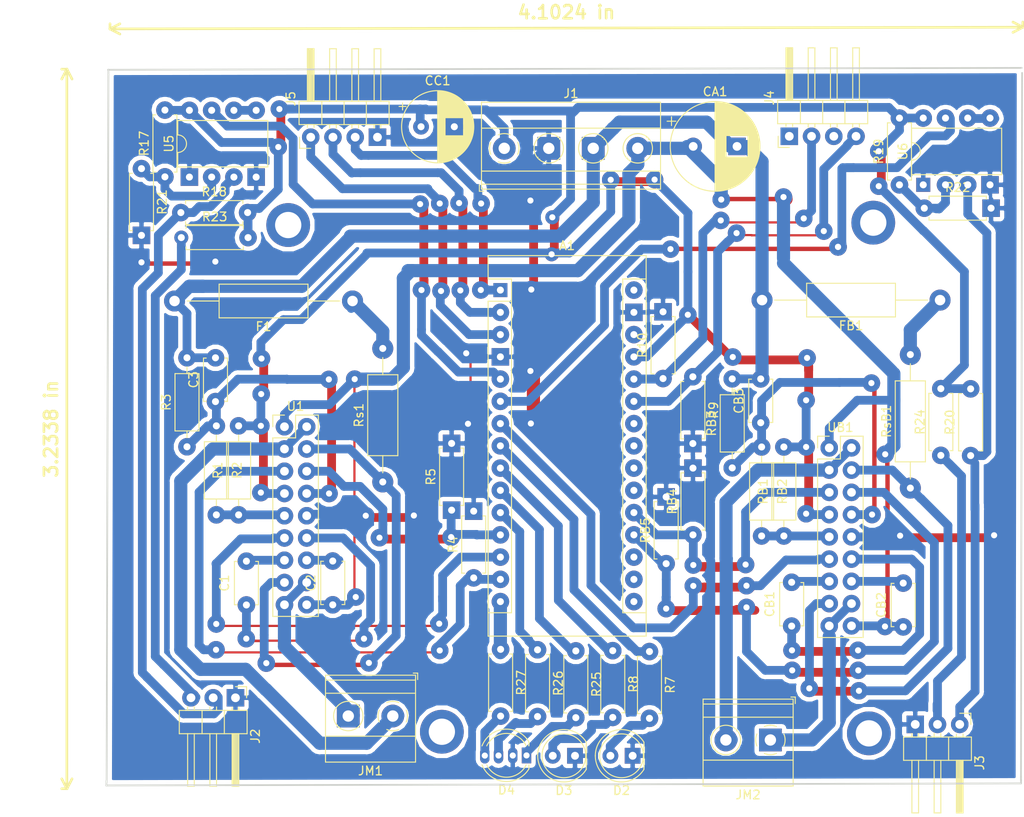
<source format=kicad_pcb>
(kicad_pcb (version 20171130) (host pcbnew 5.0.2-bee76a0~70~ubuntu16.04.1)
  (layers (0 F.Cu signal) (31 B.Cu signal hide) (34 B.Paste user hide) (35 F.Paste user hide) (36 B.SilkS user) (37 F.SilkS user) (38 B.Mask user hide) (39 F.Mask user hide) (44 Edge.Cuts user))
  (net 0 "")
  (net 1 CP2)
  (net 2 CP1)
  (net 3 CP)
  (net 4 VBB)
  (net 5 PWM_REF)
  (net 6 POWER_GND)
  (net 7 VDD)
  (net 8 LOGIC_GND)
  (net 9 "Net-(F1-Pad1)")
  (net 10 OA)
  (net 11 OB)
  (net 12 OCP_REF)
  (net 13 IN1)
  (net 14 IN2)
  (net 15 Sense)
  (net 16 Diag)
  (net 17 TX)
  (net 18 "Net-(A1-Pad17)")
  (net 19 RX)
  (net 20 "Net-(A1-Pad18)")
  (net 21 VBATT1)
  (net 22 VBATT2)
  (net 23 "Net-(A1-Pad22)")
  (net 24 "Net-(A1-Pad23)")
  (net 25 INB1)
  (net 26 LED3)
  (net 27 INB2)
  (net 28 LED2)
  (net 29 DiagB)
  (net 30 ENC1)
  (net 31 ENC2)
  (net 32 "Net-(A1-Pad28)")
  (net 33 LED_R)
  (net 34 "Net-(A1-Pad30)")
  (net 35 LED_G)
  (net 36 LED_B)
  (net 37 "Net-(D2-Pad2)")
  (net 38 "Net-(D3-Pad2)")
  (net 39 FOT1)
  (net 40 PFOT1)
  (net 41 PFOT2)
  (net 42 FOT2)
  (net 43 "Net-(R17-Pad1)")
  (net 44 "Net-(R19-Pad1)")
  (net 45 "Net-(U5-Pad5)")
  (net 46 "Net-(U6-Pad5)")
  (net 47 "Net-(D4-Pad1)")
  (net 48 "Net-(D4-Pad3)")
  (net 49 "Net-(D4-Pad4)")
  (net 50 CPB1)
  (net 51 CPB2)
  (net 52 CPB)
  (net 53 PWM_REFB)
  (net 54 "Net-(FB1-Pad1)")
  (net 55 OCP_REFB)
  (net 56 SenseB)
  (net 57 OBB)
  (net 58 OBA)
  (net 59 "Net-(A1-Pad24)")
  (net 60 "Net-(A1-Pad16)")
  (net 61 RESET)
  (net 62 "Net-(J4-Pad3)")
  (net 63 "Net-(J4-Pad1)")
  (net 64 "Net-(A1-Pad21)")
  (module _Mounting_Holes:MountingHole_3mm_Pad (layer F.Cu) (at 134.893922 94.587302 180)
    (fp_text reference MK3 hide)
    (fp_text value Mounting_Hole_PAD hide)
    (pad 1 thru_hole circle (at 0 0 180) (size 5 5) (drill 3) (layers *.Cu *.Mask))
  )
  (module _Mounting_Holes:MountingHole_3mm_Pad (layer F.Cu) (at 201.680682 94.318062 180)
    (fp_text reference MK3 hide)
    (fp_text value Mounting_Hole_PAD hide)
    (pad 1 thru_hole circle (at 0 0 180) (size 5 5) (drill 3) (layers *.Cu *.Mask))
  )
  (module _Mounting_Holes:MountingHole_3mm_Pad (layer F.Cu) (at 152.435162 152.428182 180)
    (fp_text reference MK3 hide)
    (fp_text value Mounting_Hole_PAD hide)
    (pad 1 thru_hole circle (at 0 0 180) (size 5 5) (drill 3) (layers *.Cu *.Mask))
  )
  (module _Mounting_Holes:MountingHole_3mm_Pad (layer F.Cu) (at 201.177762 152.611062 180)
    (fp_text reference MK3 hide)
    (fp_text value Mounting_Hole_PAD hide)
    (pad 1 thru_hole circle (at 0 0 180) (size 5 5) (drill 3) (layers *.Cu *.Mask))
  )
  (module LedRGB4Drill:LED_D5.0mm-4_RGB4Drill (layer F.Cu) (at 161.716322 155.120582 180)
    (fp_text reference D4 (at 1.905 -3.96 180) (layer F.SilkS))
    (fp_text value LED_RCGB)
    (pad 1 thru_hole rect (at -0.381 -0.01016 180) (size 1.07 1.8) (drill 0.7) (layers *.Cu *.Mask) (net 47 "Net-(D4-Pad1)"))
    (pad 2 thru_hole oval (at 1.18872 -0.02032 180) (size 1.07 1.8) (drill 0.7) (layers *.Cu *.Mask) (net 8 LOGIC_GND))
    (pad 3 thru_hole oval (at 2.81432 -0.02032 180) (size 1.07 1.8) (drill 0.7) (layers *.Cu *.Mask) (net 48 "Net-(D4-Pad3)"))
    (pad 4 thru_hole oval (at 4.37896 -0.03048 180) (size 1.07 1.8) (drill 0.7) (layers *.Cu *.Mask) (net 49 "Net-(D4-Pad4)"))
  )
  (module Capacitor_THT:CP_Radial_D10.0mm_P5.00mm (layer F.Cu) (at 181.127002 85.610942)
    (fp_text reference CA1 (at 2.5 -6.25) (layer F.SilkS))
    (fp_text value CP470u)
    (pad 2 thru_hole rect (at 5 0) (size 2 2) (drill 1) (layers *.Cu *.Mask) (net 6 POWER_GND))
    (pad 1 thru_hole circle (at 0 0) (size 2 2) (drill 1) (layers *.Cu *.Mask) (net 4 VBB))
  )
  (module Connector_PinHeader_2.54mm:PinHeader_1x03_P2.54mm_Horizontal (layer F.Cu) (at 128.874122 148.552142 270)
    (fp_text reference J2 (at 4.385 -2.27 270) (layer F.SilkS))
    (fp_text value Conn_01x03_Male hide)
    (pad 3 thru_hole oval (at 0 5.08 270) (size 2 2) (drill 1) (layers *.Cu *.Mask) (net 40 PFOT1))
    (pad 2 thru_hole oval (at 0 2.54 270) (size 2 2) (drill 1) (layers *.Cu *.Mask) (net 39 FOT1))
    (pad 1 thru_hole rect (at 0 0 270) (size 2 2) (drill 1) (layers *.Cu *.Mask) (net 8 LOGIC_GND))
  )
  (module Module:Arduino_Nano (layer F.Cu) (at 159.115061 102.013726)
    (fp_text reference A1 (at 7.62 -5.08) (layer F.SilkS))
    (fp_text value Arduino_Nano_v3.x)
    (pad 16 thru_hole oval (at 15.24 35.56) (size 2 2) (drill 0.8) (layers *.Cu *.Mask) (net 60 "Net-(A1-Pad16)"))
    (pad 15 thru_hole oval (at 0 35.56) (size 2 2) (drill 0.8) (layers *.Cu *.Mask) (net 36 LED_B))
    (pad 30 thru_hole oval (at 15.24 0) (size 2 2) (drill 0.8) (layers *.Cu *.Mask) (net 34 "Net-(A1-Pad30)"))
    (pad 14 thru_hole oval (at 0 33.02) (size 2 2) (drill 0.8) (layers *.Cu *.Mask) (net 13 IN1))
    (pad 29 thru_hole rect (at 15.24 2.54) (size 2 2) (drill 0.8) (layers *.Cu *.Mask) (net 8 LOGIC_GND))
    (pad 13 thru_hole oval (at 0 30.48) (size 2 2) (drill 0.8) (layers *.Cu *.Mask) (net 16 Diag))
    (pad 28 thru_hole oval (at 15.24 5.08) (size 2 2) (drill 0.8) (layers *.Cu *.Mask) (net 32 "Net-(A1-Pad28)"))
    (pad 12 thru_hole oval (at 0 27.94) (size 2 2) (drill 0.8) (layers *.Cu *.Mask) (net 14 IN2))
    (pad 27 thru_hole oval (at 15.24 7.62) (size 2 2) (drill 0.8) (layers *.Cu *.Mask) (net 7 VDD))
    (pad 11 thru_hole oval (at 0 25.4) (size 2 2) (drill 0.8) (layers *.Cu *.Mask) (net 35 LED_G))
    (pad 26 thru_hole oval (at 15.24 10.16) (size 2 2) (drill 0.8) (layers *.Cu *.Mask) (net 22 VBATT2))
    (pad 10 thru_hole oval (at 0 22.86) (size 2 2) (drill 0.8) (layers *.Cu *.Mask) (net 33 LED_R))
    (pad 25 thru_hole oval (at 15.24 12.7) (size 2 2) (drill 0.8) (layers *.Cu *.Mask) (net 21 VBATT1))
    (pad 9 thru_hole oval (at 0 20.32) (size 2 2) (drill 0.8) (layers *.Cu *.Mask) (net 26 LED3))
    (pad 24 thru_hole oval (at 15.24 15.24) (size 2 2) (drill 0.8) (layers *.Cu *.Mask) (net 59 "Net-(A1-Pad24)"))
    (pad 8 thru_hole oval (at 0 17.78) (size 2 2) (drill 0.8) (layers *.Cu *.Mask) (net 28 LED2))
    (pad 23 thru_hole oval (at 15.24 17.78) (size 2 2) (drill 0.8) (layers *.Cu *.Mask) (net 24 "Net-(A1-Pad23)"))
    (pad 7 thru_hole oval (at 0 15.24) (size 2 2) (drill 0.8) (layers *.Cu *.Mask) (net 29 DiagB))
    (pad 22 thru_hole oval (at 15.24 20.32) (size 2 2) (drill 0.8) (layers *.Cu *.Mask) (net 23 "Net-(A1-Pad22)"))
    (pad 6 thru_hole oval (at 0 12.7) (size 2 2) (drill 0.8) (layers *.Cu *.Mask) (net 31 ENC2))
    (pad 21 thru_hole oval (at 15.24 22.86) (size 2 2) (drill 0.8) (layers *.Cu *.Mask) (net 64 "Net-(A1-Pad21)"))
    (pad 5 thru_hole oval (at 0 10.16) (size 2 2) (drill 0.8) (layers *.Cu *.Mask) (net 30 ENC1))
    (pad 20 thru_hole oval (at 15.24 25.4) (size 2 2) (drill 0.8) (layers *.Cu *.Mask) (net 25 INB1))
    (pad 4 thru_hole rect (at 0 7.62) (size 2 2) (drill 0.8) (layers *.Cu *.Mask) (net 8 LOGIC_GND))
    (pad 19 thru_hole oval (at 15.24 27.94) (size 2 2) (drill 0.8) (layers *.Cu *.Mask) (net 27 INB2))
    (pad 3 thru_hole oval (at 0 5.08) (size 2 2) (drill 0.8) (layers *.Cu *.Mask) (net 61 RESET))
    (pad 18 thru_hole oval (at 15.24 30.48) (size 2 2) (drill 0.8) (layers *.Cu *.Mask) (net 20 "Net-(A1-Pad18)"))
    (pad 2 thru_hole oval (at 0 2.54) (size 2 2) (drill 0.8) (layers *.Cu *.Mask) (net 19 RX))
    (pad 17 thru_hole oval (at 15.24 33.02) (size 2 2) (drill 0.8) (layers *.Cu *.Mask) (net 18 "Net-(A1-Pad17)"))
    (pad 1 thru_hole rect (at 0 0) (size 1.6 1.6) (drill 0.8) (layers *.Cu *.Mask) (net 17 TX))
  )
  (module Connector_PinHeader_2.54mm:PinHeader_2x09_P2.54mm_Vertical (layer F.Cu) (at 134.466901 117.611866)
    (fp_text reference U1 (at 1.27 -2.33) (layer F.SilkS))
    (fp_text value STA6940M)
    (pad 18 thru_hole oval (at 2.54 20.32) (size 2 2) (drill 1) (layers *.Cu *.Mask) (net 4 VBB))
    (pad 17 thru_hole oval (at 0 20.32) (size 2 2) (drill 1) (layers *.Cu *.Mask) (net 11 OB))
    (pad 16 thru_hole oval (at 2.54 17.78) (size 2 2) (drill 1) (layers *.Cu *.Mask) (net 11 OB))
    (pad 15 thru_hole oval (at 0 17.78) (size 2 2) (drill 1) (layers *.Cu *.Mask) (net 15 Sense))
    (pad 14 thru_hole oval (at 2.54 15.24) (size 2 2) (drill 1) (layers *.Cu *.Mask) (net 3 CP))
    (pad 13 thru_hole oval (at 0 15.24) (size 2 2) (drill 1) (layers *.Cu *.Mask) (net 2 CP1))
    (pad 12 thru_hole oval (at 2.54 12.7) (size 2 2) (drill 1) (layers *.Cu *.Mask) (net 1 CP2))
    (pad 11 thru_hole oval (at 0 12.7) (size 2 2) (drill 1) (layers *.Cu *.Mask) (net 16 Diag))
    (pad 10 thru_hole oval (at 2.54 10.16) (size 2 2) (drill 1) (layers *.Cu *.Mask) (net 8 LOGIC_GND))
    (pad 9 thru_hole oval (at 0 10.16) (size 2 2) (drill 1) (layers *.Cu *.Mask) (net 12 OCP_REF))
    (pad 8 thru_hole oval (at 2.54 7.62) (size 2 2) (drill 1) (layers *.Cu *.Mask) (net 5 PWM_REF))
    (pad 7 thru_hole oval (at 0 7.62) (size 2 2) (drill 1) (layers *.Cu *.Mask) (net 7 VDD))
    (pad 6 thru_hole oval (at 2.54 5.08) (size 2 2) (drill 1) (layers *.Cu *.Mask) (net 14 IN2))
    (pad 5 thru_hole oval (at 0 5.08) (size 2 2) (drill 1) (layers *.Cu *.Mask) (net 13 IN1))
    (pad 4 thru_hole oval (at 2.54 2.54) (size 2 2) (drill 1) (layers *.Cu *.Mask) (net 15 Sense))
    (pad 3 thru_hole oval (at 0 2.54) (size 2 2) (drill 1) (layers *.Cu *.Mask) (net 10 OA))
    (pad 2 thru_hole oval (at 2.54 0) (size 2 2) (drill 1) (layers *.Cu *.Mask) (net 10 OA))
    (pad 1 thru_hole circle (at 0 0) (size 2 2) (drill 1) (layers *.Cu *.Mask) (net 4 VBB))
  )
  (module Resistor_THT:R_Axial_DIN0207_L6.3mm_D2.5mm_P7.62mm_Horizontal (layer F.Cu) (at 153.547682 127.134862 90)
    (fp_text reference R5 (at 3.81 -2.37 90) (layer F.SilkS))
    (fp_text value R10k)
    (pad 2 thru_hole rect (at 7.62 0 90) (size 2 2) (drill 0.8) (layers *.Cu *.Mask) (net 8 LOGIC_GND))
    (pad 1 thru_hole rect (at 0 0 90) (size 2 2) (drill 0.8) (layers *.Cu *.Mask) (net 14 IN2))
  )
  (module Resistor_THT:R_Axial_DIN0207_L6.3mm_D2.5mm_P7.62mm_Horizontal (layer F.Cu) (at 212.795722 120.906782 90)
    (fp_text reference R20 (at 3.81 -2.37 90) (layer F.SilkS))
    (fp_text value R4.7k)
    (pad 1 thru_hole circle (at 0 0 90) (size 2 2) (drill 0.8) (layers *.Cu *.Mask) (net 42 FOT2))
    (pad 2 thru_hole oval (at 7.62 0 90) (size 2 2) (drill 0.8) (layers *.Cu *.Mask) (net 7 VDD))
  )
  (module Resistor_THT:R_Axial_DIN0207_L6.3mm_D2.5mm_P7.62mm_Horizontal (layer F.Cu) (at 209.392122 120.881382 90)
    (fp_text reference R24 (at 3.81 -2.37 90) (layer F.SilkS))
    (fp_text value R330)
    (pad 1 thru_hole circle (at 0 0 90) (size 2 2) (drill 0.8) (layers *.Cu *.Mask) (net 41 PFOT2))
    (pad 2 thru_hole oval (at 7.62 0 90) (size 2 2) (drill 0.8) (layers *.Cu *.Mask) (net 7 VDD))
  )
  (module Resistor_THT:R_Axial_DIN0207_L6.3mm_D2.5mm_P7.62mm_Horizontal (layer F.Cu) (at 204.669961 89.999526 90)
    (fp_text reference R19 (at 3.81 -2.37 90) (layer F.SilkS))
    (fp_text value R4.7k)
    (pad 1 thru_hole circle (at 0 0 90) (size 2 2) (drill 0.8) (layers *.Cu *.Mask) (net 44 "Net-(R19-Pad1)"))
    (pad 2 thru_hole oval (at 7.62 0 90) (size 2 2) (drill 0.8) (layers *.Cu *.Mask) (net 7 VDD))
  )
  (module Resistor_THT:R_Axial_DIN0207_L6.3mm_D2.5mm_P7.62mm_Horizontal (layer F.Cu) (at 207.507442 92.661982)
    (fp_text reference R22 (at 3.81 -2.37) (layer F.SilkS))
    (fp_text value R4.7k)
    (pad 2 thru_hole rect (at 7.62 0) (size 2 2) (drill 0.8) (layers *.Cu *.Mask) (net 8 LOGIC_GND))
    (pad 1 thru_hole circle (at 0 0) (size 2 2) (drill 0.8) (layers *.Cu *.Mask) (net 44 "Net-(R19-Pad1)"))
  )
  (module Package_DIP:DIP-8_W7.62mm (layer F.Cu) (at 207.385522 89.994982 90)
    (fp_text reference U6 (at 3.81 -2.33 90) (layer F.SilkS))
    (fp_text value LM311)
    (pad 1 thru_hole rect (at 0 0 90) (size 1.6 1.6) (drill 0.8) (layers *.Cu *.Mask) (net 8 LOGIC_GND))
    (pad 5 thru_hole oval (at 7.62 7.62 90) (size 2 2) (drill 0.8) (layers *.Cu *.Mask) (net 46 "Net-(U6-Pad5)"))
    (pad 2 thru_hole oval (at 0 2.54 90) (size 2 2) (drill 0.8) (layers *.Cu *.Mask) (net 44 "Net-(R19-Pad1)"))
    (pad 6 thru_hole oval (at 7.62 5.08 90) (size 2 2) (drill 0.8) (layers *.Cu *.Mask) (net 46 "Net-(U6-Pad5)"))
    (pad 3 thru_hole oval (at 0 5.08 90) (size 2 2) (drill 0.8) (layers *.Cu *.Mask) (net 42 FOT2))
    (pad 7 thru_hole oval (at 7.62 2.54 90) (size 2 2) (drill 0.8) (layers *.Cu *.Mask) (net 31 ENC2))
    (pad 4 thru_hole rect (at 0 7.62 90) (size 2 2) (drill 0.8) (layers *.Cu *.Mask) (net 8 LOGIC_GND))
    (pad 8 thru_hole oval (at 7.62 0 90) (size 2 2) (drill 0.8) (layers *.Cu *.Mask) (net 7 VDD))
  )
  (module Capacitor_THT:C_Disc_D4.7mm_W2.5mm_P5.00mm (layer F.Cu) (at 188.833061 117.152126 90)
    (fp_text reference CB3 (at 2.5 -2.5 90) (layer F.SilkS))
    (fp_text value C104)
    (pad 1 thru_hole circle (at 0 0 90) (size 2 2) (drill 0.8) (layers *.Cu *.Mask) (net 53 PWM_REFB))
    (pad 2 thru_hole circle (at 5 0 90) (size 2 2) (drill 0.8) (layers *.Cu *.Mask) (net 6 POWER_GND))
  )
  (module Capacitor_THT:C_Disc_D4.7mm_W2.5mm_P5.00mm (layer F.Cu) (at 192.363661 140.367726 90)
    (fp_text reference CB1 (at 2.5 -2.5 90) (layer F.SilkS))
    (fp_text value C104)
    (pad 1 thru_hole circle (at 0 0 90) (size 2 2) (drill 0.8) (layers *.Cu *.Mask) (net 51 CPB2))
    (pad 2 thru_hole circle (at 5 0 90) (size 2 2) (drill 0.8) (layers *.Cu *.Mask) (net 50 CPB1))
  )
  (module Resistor_THT:R_Axial_DIN0207_L6.3mm_D2.5mm_P10.16mm_Horizontal (layer F.Cu) (at 185.581861 122.308326 90)
    (fp_text reference RB3 (at 5.08 -2.37 90) (layer F.SilkS))
    (fp_text value R)
    (pad 1 thru_hole circle (at 0 0 90) (size 2 2) (drill 0.8) (layers *.Cu *.Mask) (net 53 PWM_REFB))
    (pad 2 thru_hole oval (at 10.16 0 90) (size 2 2) (drill 0.8) (layers *.Cu *.Mask) (net 6 POWER_GND))
  )
  (module Resistor_THT:R_Axial_DIN0207_L6.3mm_D2.5mm_P10.16mm_Horizontal (layer F.Cu) (at 188.934661 119.920726 270)
    (fp_text reference RB2 (at 5.08 -2.37 270) (layer F.SilkS))
    (fp_text value R)
    (pad 2 thru_hole oval (at 10.16 0 270) (size 2 2) (drill 0.8) (layers *.Cu *.Mask) (net 55 OCP_REFB))
    (pad 1 thru_hole circle (at 0 0 270) (size 2 2) (drill 0.8) (layers *.Cu *.Mask) (net 53 PWM_REFB))
  )
  (module Resistor_THT:R_Axial_DIN0207_L6.3mm_D2.5mm_P10.16mm_Horizontal (layer F.Cu) (at 191.474661 130.080726 90)
    (fp_text reference RB1 (at 5.08 -2.37 90) (layer F.SilkS))
    (fp_text value R)
    (pad 1 thru_hole circle (at 0 0 90) (size 2 2) (drill 0.8) (layers *.Cu *.Mask) (net 55 OCP_REFB))
    (pad 2 thru_hole oval (at 10.16 0 90) (size 2 2) (drill 0.8) (layers *.Cu *.Mask) (net 7 VDD))
  )
  (module Capacitor_THT:C_Disc_D4.7mm_W2.5mm_P5.00mm (layer F.Cu) (at 205.099522 140.460982 90)
    (fp_text reference CB2 (at 2.5 -2.5 90) (layer F.SilkS))
    (fp_text value C104)
    (pad 2 thru_hole circle (at 5 0 90) (size 2 2) (drill 0.8) (layers *.Cu *.Mask) (net 52 CPB))
    (pad 1 thru_hole circle (at 0 0 90) (size 2 2) (drill 0.8) (layers *.Cu *.Mask) (net 4 VBB))
  )
  (module Connector_PinHeader_2.54mm:PinHeader_2x09_P2.54mm_Vertical (layer F.Cu) (at 196.656261 120.022326)
    (fp_text reference UB1 (at 1.27 -2.33) (layer F.SilkS))
    (fp_text value STA6940M)
    (pad 1 thru_hole circle (at 0 0) (size 2 2) (drill 1) (layers *.Cu *.Mask) (net 4 VBB))
    (pad 2 thru_hole oval (at 2.54 0) (size 2 2) (drill 1) (layers *.Cu *.Mask) (net 58 OBA))
    (pad 3 thru_hole oval (at 0 2.54) (size 2 2) (drill 1) (layers *.Cu *.Mask) (net 58 OBA))
    (pad 4 thru_hole oval (at 2.54 2.54) (size 2 2) (drill 1) (layers *.Cu *.Mask) (net 56 SenseB))
    (pad 5 thru_hole oval (at 0 5.08) (size 2 2) (drill 1) (layers *.Cu *.Mask) (net 25 INB1))
    (pad 6 thru_hole oval (at 2.54 5.08) (size 2 2) (drill 1) (layers *.Cu *.Mask) (net 27 INB2))
    (pad 7 thru_hole oval (at 0 7.62) (size 2 2) (drill 1) (layers *.Cu *.Mask) (net 7 VDD))
    (pad 8 thru_hole oval (at 2.54 7.62) (size 2 2) (drill 1) (layers *.Cu *.Mask) (net 53 PWM_REFB))
    (pad 9 thru_hole oval (at 0 10.16) (size 2 2) (drill 1) (layers *.Cu *.Mask) (net 55 OCP_REFB))
    (pad 10 thru_hole oval (at 2.54 10.16) (size 2 2) (drill 1) (layers *.Cu *.Mask) (net 8 LOGIC_GND))
    (pad 11 thru_hole oval (at 0 12.7) (size 2 2) (drill 1) (layers *.Cu *.Mask) (net 29 DiagB))
    (pad 12 thru_hole oval (at 2.54 12.7) (size 2 2) (drill 1) (layers *.Cu *.Mask) (net 51 CPB2))
    (pad 13 thru_hole oval (at 0 15.24) (size 2 2) (drill 1) (layers *.Cu *.Mask) (net 50 CPB1))
    (pad 14 thru_hole oval (at 2.54 15.24) (size 2 2) (drill 1) (layers *.Cu *.Mask) (net 52 CPB))
    (pad 15 thru_hole oval (at 0 17.78) (size 2 2) (drill 1) (layers *.Cu *.Mask) (net 56 SenseB))
    (pad 16 thru_hole oval (at 2.54 17.78) (size 2 2) (drill 1) (layers *.Cu *.Mask) (net 57 OBB))
    (pad 17 thru_hole oval (at 0 20.32) (size 2 2) (drill 1) (layers *.Cu *.Mask) (net 57 OBB))
    (pad 18 thru_hole oval (at 2.54 20.32) (size 2 2) (drill 1) (layers *.Cu *.Mask) (net 4 VBB))
  )
  (module Resistor_THT:R_Axial_DIN0309_L9.0mm_D3.2mm_P15.24mm_Horizontal (layer F.Cu) (at 205.912322 124.615182 90)
    (fp_text reference RsB1 (at 7.62 -2.72 90) (layer F.SilkS))
    (fp_text value R0.56)
    (pad 1 thru_hole circle (at 0 0 90) (size 2.4 2.4) (drill 0.8) (layers *.Cu *.Mask) (net 56 SenseB))
    (pad 2 thru_hole oval (at 15.24 0 90) (size 2.4 2.4) (drill 0.8) (layers *.Cu *.Mask) (net 54 "Net-(FB1-Pad1)"))
  )
  (module Resistor_THT:R_Axial_DIN0411_L9.9mm_D3.6mm_P20.32mm_Horizontal (layer F.Cu) (at 209.305461 103.156726 180)
    (fp_text reference FB1 (at 10.16 -2.92 180) (layer F.SilkS))
    (fp_text value Fuse)
    (pad 1 thru_hole circle (at 0 0 180) (size 2.4 2.4) (drill 1.2) (layers *.Cu *.Mask) (net 54 "Net-(FB1-Pad1)"))
    (pad 2 thru_hole oval (at 20.32 0 180) (size 2.4 2.4) (drill 1.2) (layers *.Cu *.Mask) (net 6 POWER_GND))
  )
  (module Capacitor_THT:CP_Radial_D8.0mm_P3.80mm (layer F.Cu) (at 150.057722 83.365582)
    (fp_text reference CC1 (at 1.9 -5.25) (layer F.SilkS))
    (fp_text value CP100u)
    (pad 2 thru_hole rect (at 3.8 0) (size 2 2) (drill 0.8) (layers *.Cu *.Mask) (net 8 LOGIC_GND))
    (pad 1 thru_hole oval (at 0 0) (size 1.8 1.8) (drill 0.8) (layers *.Cu *.Mask) (net 7 VDD))
  )
  (module Resistor_THT:R_Axial_DIN0411_L9.9mm_D3.6mm_P20.32mm_Horizontal (layer F.Cu) (at 142.239602 103.258862 180)
    (fp_text reference F1 (at 10.16 -2.92 180) (layer F.SilkS))
    (fp_text value Fuse)
    (pad 2 thru_hole oval (at 20.32 0 180) (size 2.4 2.4) (drill 1.2) (layers *.Cu *.Mask) (net 6 POWER_GND))
    (pad 1 thru_hole circle (at 0 0 180) (size 2.4 2.4) (drill 1.2) (layers *.Cu *.Mask) (net 9 "Net-(F1-Pad1)"))
  )
  (module TerminalBlock_Phoenix:TerminalBlock_Phoenix_MKDS-1,5-4-5.08_1x04_P5.08mm_Horizontal (layer F.Cu) (at 159.557322 85.829382)
    (fp_text reference J1 (at 7.62 -6.26) (layer F.SilkS))
    (fp_text value Screw_Terminal_01x04 hide)
    (pad 4 thru_hole circle (at 15.24 0) (size 2.6 2.6) (drill 1.3) (layers *.Cu *.Mask) (net 4 VBB))
    (pad 3 thru_hole rect (at 10.16 0) (size 2.6 2.6) (drill 1.3) (layers *.Cu *.Mask) (net 6 POWER_GND))
    (pad 2 thru_hole rect (at 5.08 0) (size 2.6 2.6) (drill 1.3) (layers *.Cu *.Mask) (net 8 LOGIC_GND))
    (pad 1 thru_hole oval (at 0 0) (size 2.6 2.6) (drill 1.3) (layers *.Cu *.Mask) (net 7 VDD))
  )
  (module TerminalBlock_Phoenix:TerminalBlock_Phoenix_MKDS-1,5-2-5.08_1x02_P5.08mm_Horizontal (layer F.Cu) (at 146.831922 150.634942 180)
    (fp_text reference JM1 (at 2.54 -6.26 180) (layer F.SilkS))
    (fp_text value Screw_Terminal_01x02 hide)
    (pad 2 thru_hole rect (at 5.08 0 180) (size 2.6 2.6) (drill 1.3) (layers *.Cu *.Mask) (net 11 OB))
    (pad 1 thru_hole oval (at 0 0 180) (size 2.6 2.6) (drill 1.3) (layers *.Cu *.Mask) (net 10 OA))
  )
  (module Resistor_THT:R_Axial_DIN0207_L6.3mm_D2.5mm_P10.16mm_Horizontal (layer F.Cu) (at 129.234501 127.670266 90)
    (fp_text reference R1 (at 5.08 -2.37 90) (layer F.SilkS))
    (fp_text value R)
    (pad 2 thru_hole oval (at 10.16 0 90) (size 2 2) (drill 0.8) (layers *.Cu *.Mask) (net 7 VDD))
    (pad 1 thru_hole circle (at 0 0 90) (size 2 2) (drill 0.8) (layers *.Cu *.Mask) (net 12 OCP_REF))
  )
  (module Resistor_THT:R_Axial_DIN0207_L6.3mm_D2.5mm_P10.16mm_Horizontal (layer F.Cu) (at 126.694501 117.510266 270)
    (fp_text reference R2 (at 5.08 -2.37 270) (layer F.SilkS))
    (fp_text value R)
    (pad 1 thru_hole circle (at 0 0 270) (size 2 2) (drill 0.8) (layers *.Cu *.Mask) (net 5 PWM_REF))
    (pad 2 thru_hole oval (at 10.16 0 270) (size 2 2) (drill 0.8) (layers *.Cu *.Mask) (net 12 OCP_REF))
  )
  (module Resistor_THT:R_Axial_DIN0207_L6.3mm_D2.5mm_P10.16mm_Horizontal (layer F.Cu) (at 123.341701 119.897866 90)
    (fp_text reference R3 (at 5.08 -2.37 90) (layer F.SilkS))
    (fp_text value R)
    (pad 2 thru_hole oval (at 10.16 0 90) (size 2 2) (drill 0.8) (layers *.Cu *.Mask) (net 6 POWER_GND))
    (pad 1 thru_hole circle (at 0 0 90) (size 2 2) (drill 0.8) (layers *.Cu *.Mask) (net 5 PWM_REF))
  )
  (module Resistor_THT:R_Axial_DIN0309_L9.0mm_D3.2mm_P15.24mm_Horizontal (layer F.Cu) (at 145.688922 123.914142 90)
    (fp_text reference Rs1 (at 7.62 -2.72 90) (layer F.SilkS))
    (fp_text value R0.56)
    (pad 2 thru_hole oval (at 15.24 0 90) (size 2.4 2.4) (drill 0.8) (layers *.Cu *.Mask) (net 9 "Net-(F1-Pad1)"))
    (pad 1 thru_hole circle (at 0 0 90) (size 2.4 2.4) (drill 0.8) (layers *.Cu *.Mask) (net 15 Sense))
  )
  (module Capacitor_THT:C_Disc_D4.7mm_W2.5mm_P5.00mm (layer F.Cu) (at 130.123501 137.957266 90)
    (fp_text reference C1 (at 2.5 -2.5 90) (layer F.SilkS))
    (fp_text value C104)
    (pad 2 thru_hole circle (at 5 0 90) (size 2 2) (drill 0.8) (layers *.Cu *.Mask) (net 2 CP1))
    (pad 1 thru_hole circle (at 0 0 90) (size 2 2) (drill 0.8) (layers *.Cu *.Mask) (net 1 CP2))
  )
  (module Capacitor_THT:C_Disc_D4.7mm_W2.5mm_P5.00mm (layer F.Cu) (at 139.979002 137.940022 90)
    (fp_text reference C2 (at 2.5 -2.5 90) (layer F.SilkS))
    (fp_text value C104)
    (pad 1 thru_hole circle (at 0 0 90) (size 2 2) (drill 0.8) (layers *.Cu *.Mask) (net 4 VBB))
    (pad 2 thru_hole circle (at 5 0 90) (size 2 2) (drill 0.8) (layers *.Cu *.Mask) (net 3 CP))
  )
  (module Capacitor_THT:C_Disc_D4.7mm_W2.5mm_P5.00mm (layer F.Cu) (at 126.592901 114.741666 90)
    (fp_text reference C3 (at 2.5 -2.5 90) (layer F.SilkS))
    (fp_text value C104)
    (pad 2 thru_hole circle (at 5 0 90) (size 2 2) (drill 0.8) (layers *.Cu *.Mask) (net 6 POWER_GND))
    (pad 1 thru_hole circle (at 0 0 90) (size 2 2) (drill 0.8) (layers *.Cu *.Mask) (net 5 PWM_REF))
  )
  (module LED_THT:LED_D5.0mm (layer F.Cu) (at 174.213122 155.171382 180)
    (fp_text reference D2 (at 1.27 -3.96 180) (layer F.SilkS))
    (fp_text value LED)
    (pad 1 thru_hole rect (at 0 0 180) (size 1.8 1.8) (drill 0.9) (layers *.Cu *.Mask) (net 8 LOGIC_GND))
    (pad 2 thru_hole circle (at 2.54 0 180) (size 1.8 1.8) (drill 0.9) (layers *.Cu *.Mask) (net 37 "Net-(D2-Pad2)"))
  )
  (module LED_THT:LED_D5.0mm (layer F.Cu) (at 167.634522 155.171382 180)
    (fp_text reference D3 (at 1.27 -3.96 180) (layer F.SilkS))
    (fp_text value LED)
    (pad 2 thru_hole circle (at 2.54 0 180) (size 1.8 1.8) (drill 0.9) (layers *.Cu *.Mask) (net 38 "Net-(D3-Pad2)"))
    (pad 1 thru_hole rect (at 0 0 180) (size 1.8 1.8) (drill 0.9) (layers *.Cu *.Mask) (net 8 LOGIC_GND))
  )
  (module Connector_PinHeader_2.54mm:PinHeader_1x03_P2.54mm_Horizontal (layer F.Cu) (at 211.551122 151.589982 270)
    (fp_text reference J3 (at 4.385 -2.27 270) (layer F.SilkS))
    (fp_text value Conn_01x03_Male hide)
    (pad 1 thru_hole oval (at 0 0 270) (size 2 2) (drill 1) (layers *.Cu *.Mask) (net 42 FOT2))
    (pad 2 thru_hole oval (at 0 2.54 270) (size 2 2) (drill 1) (layers *.Cu *.Mask) (net 41 PFOT2))
    (pad 3 thru_hole rect (at 0 5.08 270) (size 2 2) (drill 1) (layers *.Cu *.Mask) (net 8 LOGIC_GND))
  )
  (module Package_DIP:DIP-8_W7.62mm (layer F.Cu) (at 123.616021 89.113066 90)
    (fp_text reference U5 (at 3.81 -2.33 90) (layer F.SilkS))
    (fp_text value LM311)
    (pad 1 thru_hole rect (at 0 0 90) (size 2 2) (drill 0.8) (layers *.Cu *.Mask) (net 8 LOGIC_GND))
    (pad 5 thru_hole oval (at 7.62 7.62 90) (size 2 2) (drill 0.8) (layers *.Cu *.Mask) (net 45 "Net-(U5-Pad5)"))
    (pad 2 thru_hole oval (at 0 2.54 90) (size 2 2) (drill 0.8) (layers *.Cu *.Mask) (net 43 "Net-(R17-Pad1)"))
    (pad 6 thru_hole oval (at 7.62 5.08 90) (size 2 2) (drill 0.8) (layers *.Cu *.Mask) (net 45 "Net-(U5-Pad5)"))
    (pad 3 thru_hole oval (at 0 5.08 90) (size 2 2) (drill 0.8) (layers *.Cu *.Mask) (net 39 FOT1))
    (pad 7 thru_hole oval (at 7.62 2.54 90) (size 2 2) (drill 0.8) (layers *.Cu *.Mask) (net 30 ENC1))
    (pad 4 thru_hole rect (at 0 7.62 90) (size 2 2) (drill 0.8) (layers *.Cu *.Mask) (net 8 LOGIC_GND))
    (pad 8 thru_hole oval (at 7.62 0 90) (size 2 2) (drill 0.8) (layers *.Cu *.Mask) (net 7 VDD))
  )
  (module Resistor_THT:R_Axial_DIN0207_L6.3mm_D2.5mm_P7.62mm_Horizontal (layer F.Cu) (at 156.067362 134.866622 90)
    (fp_text reference R4 (at 3.81 -2.37 90) (layer F.SilkS))
    (fp_text value R10k)
    (pad 2 thru_hole rect (at 7.62 0 90) (size 2 2) (drill 0.8) (layers *.Cu *.Mask) (net 8 LOGIC_GND))
    (pad 1 thru_hole circle (at 0 0 90) (size 2 2) (drill 0.8) (layers *.Cu *.Mask) (net 13 IN1))
  )
  (module Resistor_THT:R_Axial_DIN0207_L6.3mm_D2.5mm_P7.62mm_Horizontal (layer F.Cu) (at 176.133061 143.276026 270)
    (fp_text reference R7 (at 3.81 -2.37 270) (layer F.SilkS))
    (fp_text value R330)
    (pad 2 thru_hole oval (at 7.62 0 270) (size 2 2) (drill 0.8) (layers *.Cu *.Mask) (net 37 "Net-(D2-Pad2)"))
    (pad 1 thru_hole circle (at 0 0 270) (size 2 2) (drill 0.8) (layers *.Cu *.Mask) (net 28 LED2))
  )
  (module Resistor_THT:R_Axial_DIN0207_L6.3mm_D2.5mm_P7.62mm_Horizontal (layer F.Cu) (at 171.942061 143.174426 270)
    (fp_text reference R8 (at 3.81 -2.37 270) (layer F.SilkS))
    (fp_text value R330)
    (pad 1 thru_hole circle (at 0 0 270) (size 2 2) (drill 0.8) (layers *.Cu *.Mask) (net 26 LED3))
    (pad 2 thru_hole oval (at 7.62 0 270) (size 2 2) (drill 0.8) (layers *.Cu *.Mask) (net 38 "Net-(D3-Pad2)"))
  )
  (module Resistor_THT:R_Axial_DIN0207_L6.3mm_D2.5mm_P7.62mm_Horizontal (layer F.Cu) (at 181.086061 111.907026 270)
    (fp_text reference R9 (at 3.81 -2.37 270) (layer F.SilkS))
    (fp_text value R)
    (pad 1 thru_hole circle (at 0 0 270) (size 2 2) (drill 0.8) (layers *.Cu *.Mask) (net 21 VBATT1))
    (pad 2 thru_hole rect (at 7.62 0 270) (size 2 2) (drill 0.8) (layers *.Cu *.Mask) (net 8 LOGIC_GND))
  )
  (module Resistor_THT:R_Axial_DIN0207_L6.3mm_D2.5mm_P7.62mm_Horizontal (layer F.Cu) (at 177.682461 112.110226 90)
    (fp_text reference R10 (at 3.81 -2.37 90) (layer F.SilkS))
    (fp_text value R)
    (pad 2 thru_hole rect (at 7.62 0 90) (size 2 2) (drill 0.8) (layers *.Cu *.Mask) (net 8 LOGIC_GND))
    (pad 1 thru_hole circle (at 0 0 90) (size 2 2) (drill 0.8) (layers *.Cu *.Mask) (net 22 VBATT2))
  )
  (module Resistor_THT:R_Axial_DIN0207_L6.3mm_D2.5mm_P7.62mm_Horizontal (layer F.Cu) (at 120.822322 89.085662 90)
    (fp_text reference R17 (at 3.81 -2.37 90) (layer F.SilkS))
    (fp_text value R4.7k)
    (pad 2 thru_hole oval (at 7.62 0 90) (size 2 2) (drill 0.8) (layers *.Cu *.Mask) (net 7 VDD))
    (pad 1 thru_hole circle (at 0 0 90) (size 2 2) (drill 0.8) (layers *.Cu *.Mask) (net 43 "Net-(R17-Pad1)"))
  )
  (module Resistor_THT:R_Axial_DIN0207_L6.3mm_D2.5mm_P7.62mm_Horizontal (layer F.Cu) (at 122.640962 93.164902)
    (fp_text reference R18 (at 3.81 -2.37) (layer F.SilkS))
    (fp_text value R4.7k)
    (pad 1 thru_hole circle (at 0 0) (size 2 2) (drill 0.8) (layers *.Cu *.Mask) (net 39 FOT1))
    (pad 2 thru_hole oval (at 7.62 0) (size 2 2) (drill 0.8) (layers *.Cu *.Mask) (net 7 VDD))
  )
  (module Resistor_THT:R_Axial_DIN0207_L6.3mm_D2.5mm_P7.62mm_Horizontal (layer F.Cu) (at 118.145162 88.145862 270)
    (fp_text reference R21 (at 3.81 -2.37 270) (layer F.SilkS))
    (fp_text value R4.7k)
    (pad 2 thru_hole rect (at 7.62 0 270) (size 2 2) (drill 0.8) (layers *.Cu *.Mask) (net 8 LOGIC_GND))
    (pad 1 thru_hole circle (at 0 0 270) (size 2 2) (drill 0.8) (layers *.Cu *.Mask) (net 43 "Net-(R17-Pad1)"))
  )
  (module Resistor_THT:R_Axial_DIN0207_L6.3mm_D2.5mm_P7.62mm_Horizontal (layer F.Cu) (at 122.691762 96.019862)
    (fp_text reference R23 (at 3.81 -2.37) (layer F.SilkS))
    (fp_text value R330)
    (pad 1 thru_hole circle (at 0 0) (size 1.6 1.6) (drill 0.8) (layers *.Cu *.Mask) (net 40 PFOT1))
    (pad 2 thru_hole oval (at 7.62 0) (size 2 2) (drill 0.8) (layers *.Cu *.Mask) (net 7 VDD))
  )
  (module Resistor_THT:R_Axial_DIN0207_L6.3mm_D2.5mm_P7.62mm_Horizontal (layer F.Cu) (at 167.725661 143.199826 270)
    (fp_text reference R25 (at 3.81 -2.37 270) (layer F.SilkS))
    (fp_text value R330)
    (pad 2 thru_hole oval (at 7.62 0 270) (size 2 2) (drill 0.8) (layers *.Cu *.Mask) (net 47 "Net-(D4-Pad1)"))
    (pad 1 thru_hole circle (at 0 0 270) (size 2 2) (drill 0.8) (layers *.Cu *.Mask) (net 33 LED_R))
  )
  (module Resistor_THT:R_Axial_DIN0207_L6.3mm_D2.5mm_P7.62mm_Horizontal (layer F.Cu) (at 163.356861 143.072826 270)
    (fp_text reference R26 (at 3.81 -2.37 270) (layer F.SilkS))
    (fp_text value R330)
    (pad 1 thru_hole circle (at 0 0 270) (size 2 2) (drill 0.8) (layers *.Cu *.Mask) (net 35 LED_G))
    (pad 2 thru_hole oval (at 7.62 0 270) (size 2 2) (drill 0.8) (layers *.Cu *.Mask) (net 48 "Net-(D4-Pad3)"))
  )
  (module Resistor_THT:R_Axial_DIN0207_L6.3mm_D2.5mm_P7.62mm_Horizontal (layer F.Cu) (at 159.140461 143.022026 270)
    (fp_text reference R27 (at 3.81 -2.37 270) (layer F.SilkS))
    (fp_text value R330)
    (pad 2 thru_hole oval (at 7.62 0 270) (size 2 2) (drill 0.8) (layers *.Cu *.Mask) (net 49 "Net-(D4-Pad4)"))
    (pad 1 thru_hole circle (at 0 0 270) (size 2 2) (drill 0.8) (layers *.Cu *.Mask) (net 36 LED_B))
  )
  (module Resistor_THT:R_Axial_DIN0207_L6.3mm_D2.5mm_P7.62mm_Horizontal (layer F.Cu) (at 181.098761 129.953726 90)
    (fp_text reference RB4 (at 3.81 -2.37 90) (layer F.SilkS))
    (fp_text value R10k)
    (pad 2 thru_hole rect (at 7.62 0 90) (size 2 2) (drill 0.8) (layers *.Cu *.Mask) (net 8 LOGIC_GND))
    (pad 1 thru_hole circle (at 0 0 90) (size 2 2) (drill 0.8) (layers *.Cu *.Mask) (net 25 INB1))
  )
  (module Resistor_THT:R_Axial_DIN0207_L6.3mm_D2.5mm_P7.62mm_Horizontal (layer F.Cu) (at 178.038061 133.243026 90)
    (fp_text reference RB5 (at 3.81 -2.37 90) (layer F.SilkS))
    (fp_text value R10k)
    (pad 1 thru_hole circle (at 0 0 90) (size 2 2) (drill 0.8) (layers *.Cu *.Mask) (net 27 INB2))
    (pad 2 thru_hole rect (at 7.62 0 90) (size 2 2) (drill 0.8) (layers *.Cu *.Mask) (net 8 LOGIC_GND))
  )
  (module TerminalBlock_Phoenix:TerminalBlock_Phoenix_MKDS-1,5-2-5.08_1x02_P5.08mm_Horizontal (layer F.Cu) (at 189.935722 153.367982 180)
    (fp_text reference JM2 (at 2.54 -6.26 180) (layer F.SilkS))
    (fp_text value Screw_Terminal_01x02 hide)
    (pad 2 thru_hole circle (at 5.08 0 180) (size 2.6 2.6) (drill 1.3) (layers *.Cu *.Mask) (net 58 OBA))
    (pad 1 thru_hole rect (at 0 0 180) (size 2.6 2.6) (drill 1.3) (layers *.Cu *.Mask) (net 57 OBB))
  )
  (module Connector_PinHeader_2.54mm:PinHeader_1x04_P2.54mm_Horizontal (layer F.Cu) (at 192.094722 84.457782 90)
    (fp_text reference J4 (at 4.385 -2.27 90) (layer F.SilkS))
    (fp_text value Conn_01x04_Male hide)
    (pad 1 thru_hole rect (at 0 0 90) (size 2 2) (drill 1) (layers *.Cu *.Mask) (net 63 "Net-(J4-Pad1)"))
    (pad 2 thru_hole oval (at 0 2.54 90) (size 2 2) (drill 1) (layers *.Cu *.Mask) (net 22 VBATT2))
    (pad 3 thru_hole oval (at 0 5.08 90) (size 2 2) (drill 1) (layers *.Cu *.Mask) (net 62 "Net-(J4-Pad3)"))
    (pad 4 thru_hole oval (at 0 7.62 90) (size 2 2) (drill 1) (layers *.Cu *.Mask) (net 21 VBATT1))
  )
  (module Connector_PinHeader_2.54mm:PinHeader_1x04_P2.54mm_Horizontal (layer F.Cu) (at 137.464101 84.559382 90)
    (fp_text reference J5 (at 4.385 -2.27 90) (layer F.SilkS))
    (fp_text value Conn_01x04_Male hide)
    (pad 1 thru_hole circle (at 0 0 90) (size 2 2) (drill 1) (layers *.Cu *.Mask) (net 61 RESET))
    (pad 2 thru_hole oval (at 0 2.54 90) (size 2 2) (drill 1) (layers *.Cu *.Mask) (net 19 RX))
    (pad 3 thru_hole oval (at 0 5.08 90) (size 2 2) (drill 1) (layers *.Cu *.Mask) (net 17 TX))
    (pad 4 thru_hole rect (at 0 7.62 90) (size 2 2) (drill 1) (layers *.Cu *.Mask) (net 8 LOGIC_GND))
  )
  (dimension 104.201148 (width 0.3) (layer F.SilkS) (gr_text "104,201 mm" (at 166.650486 70.002608 0.108937827) (layer F.SilkS) (effects (font (size 1.5 1.5) (thickness 0.3)))) (feature1 (pts (xy 218.75496 72.00392) (xy 218.753844 71.417124))) (feature2 (pts (xy 114.554 72.20204) (xy 114.552884 71.615244))) (crossbar (pts (xy 114.553999 72.201664) (xy 218.754959 72.003544))) (arrow1a (pts (xy 218.754959 72.003544) (xy 217.629572 72.592106))) (arrow1b (pts (xy 218.754959 72.003544) (xy 217.627342 71.419266))) (arrow2a (pts (xy 114.553999 72.201664) (xy 115.681616 72.785942))) (arrow2b (pts (xy 114.553999 72.201664) (xy 115.679386 71.613102))))
  (dimension 82.13852 (width 0.3) (layer F.SilkS) (gr_text "82,139 mm" (at 107.53148 117.86362 270) (layer F.SilkS) (effects (font (size 1.5 1.5) (thickness 0.3)))) (feature1 (pts (xy 109.63148 158.93288) (xy 109.045059 158.93288))) (feature2 (pts (xy 109.63148 76.79436) (xy 109.045059 76.79436))) (crossbar (pts (xy 109.63148 76.79436) (xy 109.63148 158.93288))) (arrow1a (pts (xy 109.63148 158.93288) (xy 109.045059 157.806376))) (arrow1b (pts (xy 109.63148 158.93288) (xy 110.217901 157.806376))) (arrow2a (pts (xy 109.63148 76.79436) (xy 109.045059 77.920864))) (arrow2b (pts (xy 109.63148 76.79436) (xy 110.217901 77.920864))))
  (gr_line (start 114.370722 77.411822) (end 114.370722 76.847942) (layer Edge.Cuts) (width 0.2))
  (gr_line (start 114.157362 158.082222) (end 114.137042 158.564822) (layer Edge.Cuts) (width 0.2))
  (gr_line (start 218.551362 157.924742) (end 218.546282 158.326062) (layer Edge.Cuts) (width 0.2))
  (gr_line (start 218.541202 157.955222) (end 218.541202 157.574222) (layer Edge.Cuts) (width 0.2))
  (gr_line (start 114.157362 158.026342) (end 114.157362 158.193982) (layer Edge.Cuts) (width 0.2))
  (gr_line (start 114.131962 158.559742) (end 218.525962 158.326062) (layer Edge.Cuts) (width 0.2))
  (gr_line (start 114.370722 77.432142) (end 114.167522 158.092382) (layer Edge.Cuts) (width 0.2))
  (gr_line (start 218.622482 76.649822) (end 114.325002 76.863182) (layer Edge.Cuts) (width 0.2))
  (gr_line (start 218.541202 157.574222) (end 218.668202 77.218782) (layer Edge.Cuts) (width 0.2))
  (via (at 130.108562 141.800822) (size 2) (drill 0.7) (layers F.Cu B.Cu) (net 1))
  (via (at 143.545162 141.805902) (size 2) (drill 0.7) (layers F.Cu B.Cu) (net 1))
  (segment (start 130.123501 137.957266) (end 129.956162 138.124605) (width 1) (layer B.Cu) (net 1))
  (segment (start 130.123501 141.785883) (end 130.108562 141.800822) (width 0.25) (layer B.Cu) (net 1))
  (segment (start 130.123501 137.957266) (end 130.123501 141.785883) (width 1) (layer B.Cu) (net 1))
  (segment (start 141.169726 130.311866) (end 137.006901 130.311866) (width 1) (layer B.Cu) (net 1))
  (segment (start 143.545162 141.805902) (end 143.545162 140.391689) (width 1) (layer B.Cu) (net 1))
  (segment (start 143.545162 140.391689) (end 144.305363 139.631488) (width 1) (layer B.Cu) (net 1))
  (segment (start 144.305363 139.631488) (end 144.305363 133.447503) (width 1) (layer B.Cu) (net 1))
  (segment (start 144.305363 133.447503) (end 141.169726 130.311866) (width 1) (layer B.Cu) (net 1))
  (segment (start 143.836594 142.033099) (end 130.405074 142.033099) (width 0.25) (layer F.Cu) (net 1))
  (segment (start 130.405074 142.033099) (end 130.399994 142.028019) (width 0.25) (layer F.Cu) (net 1))
  (segment (start 131.661807 142.078819) (end 130.247594 142.078819) (width 0.25) (layer F.Cu) (net 1))
  (segment (start 130.780101 132.851866) (end 130.758501 132.830266) (width 1) (layer B.Cu) (net 2))
  (segment (start 134.416101 132.851866) (end 130.780101 132.851866) (width 1) (layer B.Cu) (net 2))
  (segment (start 136.956101 132.851866) (end 140.686101 132.851866) (width 1) (layer B.Cu) (net 3))
  (segment (start 196.656261 117.787126) (end 199.856661 114.586726) (width 1) (layer B.Cu) (net 4))
  (segment (start 199.196261 140.342326) (end 203.006261 140.342326) (width 1) (layer B.Cu) (net 4))
  (segment (start 205.343061 140.393126) (end 205.444661 140.494726) (width 1) (layer B.Cu) (net 4))
  (segment (start 203.057061 140.393126) (end 205.343061 140.393126) (width 1) (layer B.Cu) (net 4))
  (segment (start 196.656261 120.022326) (end 196.656261 117.787126) (width 1) (layer B.Cu) (net 4))
  (via (at 203.042122 120.754382) (size 2) (drill 0.7) (layers F.Cu B.Cu) (net 4))
  (segment (start 203.006261 140.342326) (end 203.057061 140.393126) (width 1.5) (layer B.Cu) (net 4))
  (segment (start 136.956101 137.931866) (end 140.766101 137.931866) (width 1) (layer B.Cu) (net 4))
  (via (at 184.324561 91.675926) (size 2) (drill 0.7) (layers F.Cu B.Cu) (net 4))
  (segment (start 141.673718 137.982666) (end 142.605362 137.051022) (width 1) (layer B.Cu) (net 4))
  (segment (start 140.217762 137.982666) (end 141.673718 137.982666) (width 1) (layer B.Cu) (net 4))
  (via (at 191.434322 91.391982) (size 2) (drill 0.7) (layers F.Cu B.Cu) (net 4))
  (segment (start 191.54341 91.801523) (end 191.725754 91.619179) (width 1.5) (layer F.Cu) (net 4))
  (segment (start 174.797322 85.829382) (end 176.635799 85.829382) (width 1.5) (layer B.Cu) (net 4))
  (segment (start 191.434322 98.935782) (end 191.434322 96.370382) (width 1) (layer B.Cu) (net 4))
  (segment (start 191.434322 96.370382) (end 191.434322 91.391982) (width 1.5) (layer B.Cu) (net 4))
  (segment (start 191.434322 98.402382) (end 191.434322 96.370382) (width 1.5) (layer B.Cu) (net 4))
  (via (at 203.016722 140.413982) (size 2) (drill 0.7) (layers F.Cu B.Cu) (net 4))
  (segment (start 203.308154 139.226966) (end 203.308154 140.641179) (width 0.5) (layer F.Cu) (net 4))
  (segment (start 203.282754 122.624392) (end 203.308154 122.649792) (width 0.5) (layer F.Cu) (net 4))
  (segment (start 203.308154 122.649792) (end 203.308154 139.226966) (width 0.5) (layer F.Cu) (net 4))
  (segment (start 203.282754 121.210179) (end 203.282754 122.624392) (width 0.5) (layer F.Cu) (net 4))
  (segment (start 203.042122 120.754382) (end 204.042121 119.754383) (width 1) (layer B.Cu) (net 4))
  (segment (start 199.856661 114.586726) (end 204.032722 114.586726) (width 1) (layer B.Cu) (net 4))
  (segment (start 204.032722 111.534182) (end 203.778722 111.280182) (width 1) (layer B.Cu) (net 4))
  (segment (start 203.778722 111.280182) (end 191.434322 98.935782) (width 1.5) (layer B.Cu) (net 4))
  (segment (start 204.032722 111.534182) (end 204.032722 114.586726) (width 1.5) (layer B.Cu) (net 4))
  (segment (start 204.032722 119.744984) (end 204.042121 119.754383) (width 1.5) (layer B.Cu) (net 4))
  (segment (start 204.032722 114.586726) (end 204.032722 119.744984) (width 1.5) (layer B.Cu) (net 4))
  (segment (start 204.032722 119.763782) (end 203.042122 120.754382) (width 1.5) (layer B.Cu) (net 4))
  (segment (start 204.032722 119.744984) (end 204.032722 119.763782) (width 1.5) (layer B.Cu) (net 4))
  (segment (start 180.238002 85.829382) (end 180.431042 85.636342) (width 1.5) (layer B.Cu) (net 4))
  (segment (start 174.797322 85.829382) (end 180.238002 85.829382) (width 1.5) (layer B.Cu) (net 4))
  (via (at 142.483442 112.176266) (size 2) (drill 0.7) (layers F.Cu B.Cu) (net 4))
  (segment (start 173.788105 93.957382) (end 167.954261 99.791226) (width 1.5) (layer B.Cu) (net 4))
  (segment (start 173.788105 88.677076) (end 173.788105 93.957382) (width 1.5) (layer B.Cu) (net 4))
  (segment (start 174.797322 87.667859) (end 173.788105 88.677076) (width 1.5) (layer B.Cu) (net 4))
  (segment (start 174.797322 85.829382) (end 174.797322 87.667859) (width 1.5) (layer B.Cu) (net 4))
  (segment (start 167.954261 99.791226) (end 149.021402 99.791226) (width 1.5) (layer B.Cu) (net 4))
  (segment (start 149.021402 99.791226) (end 148.577438 99.791226) (width 1.5) (layer B.Cu) (net 4))
  (segment (start 149.021402 99.791226) (end 148.607918 99.791226) (width 1.5) (layer B.Cu) (net 4))
  (segment (start 142.605362 137.051022) (end 142.605362 137.051022) (width 1) (layer B.Cu) (net 4))
  (via (at 142.605362 137.051022) (size 2) (drill 0.7) (layers F.Cu B.Cu) (net 4))
  (segment (start 143.897655 112.176266) (end 142.483442 112.176266) (width 1.5) (layer B.Cu) (net 4))
  (segment (start 148.739998 99.953786) (end 148.040962 100.652822) (width 1.5) (layer B.Cu) (net 4))
  (segment (start 146.73024 112.176266) (end 143.897655 112.176266) (width 1.5) (layer B.Cu) (net 4))
  (segment (start 148.040962 100.652822) (end 148.040962 110.865544) (width 1.5) (layer B.Cu) (net 4))
  (segment (start 148.040962 110.865544) (end 146.73024 112.176266) (width 1.5) (layer B.Cu) (net 4))
  (segment (start 184.324561 89.529861) (end 180.431042 85.636342) (width 1.5) (layer B.Cu) (net 4))
  (segment (start 184.324561 91.675926) (end 184.324561 89.529861) (width 1.5) (layer B.Cu) (net 4))
  (segment (start 184.899937 91.619179) (end 184.615993 91.903123) (width 0.5) (layer F.Cu) (net 4))
  (segment (start 191.725754 91.619179) (end 184.899937 91.619179) (width 0.5) (layer F.Cu) (net 4))
  (segment (start 134.466901 116.197653) (end 135.574372 115.090182) (width 1) (layer B.Cu) (net 4))
  (segment (start 134.466901 117.611866) (end 134.466901 116.197653) (width 1) (layer B.Cu) (net 4))
  (segment (start 139.569526 115.090182) (end 142.483442 112.176266) (width 1) (layer B.Cu) (net 4))
  (segment (start 135.574372 115.090182) (end 139.569526 115.090182) (width 1) (layer B.Cu) (net 4))
  (segment (start 142.454834 137.191859) (end 142.454834 112.439023) (width 0.25) (layer F.Cu) (net 4))
  (segment (start 142.896794 112.525383) (end 142.774874 112.403463) (width 1) (layer F.Cu) (net 4))
  (via (at 139.557362 125.234942) (size 2) (drill 0.7) (layers F.Cu B.Cu) (net 5))
  (via (at 139.531962 112.209822) (size 2) (drill 0.7) (layers F.Cu B.Cu) (net 5))
  (segment (start 125.729301 117.510266) (end 123.341701 119.897866) (width 1) (layer B.Cu) (net 5))
  (segment (start 126.694501 117.510266) (end 125.729301 117.510266) (width 1) (layer B.Cu) (net 5))
  (segment (start 139.554286 125.231866) (end 139.557362 125.234942) (width 1) (layer B.Cu) (net 5))
  (segment (start 137.006901 125.231866) (end 139.554286 125.231866) (width 1) (layer B.Cu) (net 5))
  (segment (start 126.694501 114.843266) (end 126.592901 114.741666) (width 1) (layer B.Cu) (net 5))
  (segment (start 126.694501 117.510266) (end 126.694501 114.843266) (width 1) (layer B.Cu) (net 5))
  (segment (start 127.5929 113.741667) (end 126.592901 114.741666) (width 1) (layer B.Cu) (net 5))
  (segment (start 139.531962 112.209822) (end 134.772002 112.209822) (width 1) (layer B.Cu) (net 5))
  (segment (start 134.772002 112.209822) (end 134.743321 112.181141) (width 1) (layer B.Cu) (net 5))
  (segment (start 134.743321 112.181141) (end 129.153426 112.181141) (width 1) (layer B.Cu) (net 5))
  (segment (start 129.153426 112.181141) (end 127.5929 113.741667) (width 1) (layer B.Cu) (net 5))
  (segment (start 139.848794 125.462139) (end 139.848794 112.462419) (width 1) (layer F.Cu) (net 5))
  (segment (start 139.848794 112.462419) (end 139.823394 112.437019) (width 1) (layer F.Cu) (net 5))
  (segment (start 188.829261 112.148326) (end 188.833061 112.152126) (width 1) (layer B.Cu) (net 6))
  (segment (start 185.581861 112.148326) (end 188.829261 112.148326) (width 1) (layer B.Cu) (net 6))
  (segment (start 126.589101 109.737866) (end 126.592901 109.741666) (width 1) (layer B.Cu) (net 6))
  (segment (start 123.341701 109.737866) (end 126.589101 109.737866) (width 1) (layer B.Cu) (net 6))
  (segment (start 169.717322 85.829382) (end 171.967323 83.579381) (width 1.5) (layer B.Cu) (net 6))
  (segment (start 188.985461 111.999726) (end 188.833061 112.152126) (width 1.5) (layer B.Cu) (net 6))
  (segment (start 188.985461 103.156726) (end 188.985461 111.999726) (width 1.5) (layer B.Cu) (net 6))
  (segment (start 142.116845 95.905562) (end 141.538562 96.483845) (width 1.5) (layer B.Cu) (net 6))
  (segment (start 136.4416 101.580807) (end 142.116845 95.905562) (width 1.5) (layer B.Cu) (net 6))
  (segment (start 165.869222 95.849682) (end 169.717322 92.001582) (width 1.5) (layer B.Cu) (net 6))
  (segment (start 141.993222 95.849682) (end 165.869222 95.849682) (width 1.5) (layer B.Cu) (net 6))
  (segment (start 169.717322 92.001582) (end 169.717322 85.829382) (width 1.5) (layer B.Cu) (net 6))
  (segment (start 123.341701 104.680961) (end 121.919602 103.258862) (width 1) (layer B.Cu) (net 6))
  (segment (start 123.341701 109.737866) (end 123.341701 104.680961) (width 1) (layer B.Cu) (net 6))
  (segment (start 123.597657 101.580807) (end 121.919602 103.258862) (width 1.5) (layer B.Cu) (net 6))
  (segment (start 123.6781 101.580807) (end 125.135242 101.580807) (width 1.5) (layer B.Cu) (net 6))
  (segment (start 125.135242 101.580807) (end 123.597657 101.580807) (width 1.5) (layer B.Cu) (net 6))
  (segment (start 125.135242 101.580807) (end 136.4416 101.580807) (width 1.5) (layer B.Cu) (net 6))
  (segment (start 171.967323 83.579381) (end 171.967323 83.543821) (width 1.5) (layer B.Cu) (net 6))
  (segment (start 187.273802 85.636342) (end 185.431042 85.636342) (width 1.5) (layer B.Cu) (net 6))
  (segment (start 188.985461 87.348001) (end 187.273802 85.636342) (width 1.5) (layer B.Cu) (net 6))
  (segment (start 188.985461 103.156726) (end 188.985461 87.348001) (width 1.5) (layer B.Cu) (net 6))
  (segment (start 185.431042 85.636342) (end 184.431043 84.636343) (width 1.5) (layer B.Cu) (net 6))
  (segment (start 182.637042 82.842342) (end 184.431043 84.636343) (width 1.5) (layer B.Cu) (net 6))
  (segment (start 172.714522 82.842342) (end 182.637042 82.842342) (width 1.5) (layer B.Cu) (net 6))
  (segment (start 171.977483 83.579381) (end 172.714522 82.842342) (width 1.5) (layer B.Cu) (net 6))
  (segment (start 171.967323 83.579381) (end 171.977483 83.579381) (width 1.5) (layer B.Cu) (net 6))
  (segment (start 202.596954 90.378286) (end 202.596954 86.385375) (width 1) (layer F.Cu) (net 7))
  (segment (start 191.474661 119.920726) (end 194.014661 119.920726) (width 1) (layer B.Cu) (net 7))
  (via (at 194.014661 119.920726) (size 2) (drill 0.7) (layers F.Cu B.Cu) (net 7))
  (segment (start 194.306093 120.147923) (end 194.306093 120.147923) (width 1) (layer F.Cu) (net 7))
  (segment (start 194.306093 127.767923) (end 194.306093 120.147923) (width 1) (layer F.Cu) (net 7))
  (segment (start 194.014661 119.920726) (end 194.014661 114.586726) (width 1) (layer B.Cu) (net 7))
  (segment (start 194.306093 114.248238) (end 194.306093 110.648323) (width 1) (layer F.Cu) (net 7))
  (via (at 194.126722 109.756182) (size 2) (drill 0.7) (layers F.Cu B.Cu) (net 7))
  (via (at 194.014661 114.586726) (size 2) (drill 0.7) (layers F.Cu B.Cu) (net 7))
  (segment (start 194.306093 110.648323) (end 194.306093 111.207123) (width 1) (layer F.Cu) (net 7))
  (segment (start 194.306093 111.207123) (end 194.306093 110.648323) (width 1) (layer F.Cu) (net 7))
  (via (at 194.014661 127.540726) (size 2) (drill 0.7) (layers F.Cu B.Cu) (net 7))
  (segment (start 196.656261 127.642326) (end 194.116261 127.642326) (width 1) (layer B.Cu) (net 7))
  (segment (start 194.014661 114.586726) (end 194.014661 114.586726) (width 1) (layer B.Cu) (net 7))
  (segment (start 194.306093 114.813923) (end 194.306093 114.248238) (width 1) (layer F.Cu) (net 7))
  (via (at 131.774501 125.130266) (size 2) (drill 0.7) (layers F.Cu B.Cu) (net 7))
  (segment (start 134.416101 125.231866) (end 131.876101 125.231866) (width 1) (layer B.Cu) (net 7))
  (segment (start 129.234501 117.510266) (end 131.774501 117.510266) (width 1) (layer B.Cu) (net 7))
  (via (at 131.774501 117.510266) (size 2) (drill 0.7) (layers F.Cu B.Cu) (net 7))
  (via (at 131.810362 113.881142) (size 2) (drill 0.7) (layers F.Cu B.Cu) (net 7))
  (via (at 131.845922 109.827302) (size 2) (drill 0.7) (layers F.Cu B.Cu) (net 7))
  (segment (start 123.514421 81.391466) (end 123.616021 81.493066) (width 1) (layer B.Cu) (net 7))
  (segment (start 176.717261 89.402626) (end 176.717261 89.402626) (width 1) (layer B.Cu) (net 7))
  (via (at 176.717261 89.402626) (size 2) (drill 0.7) (layers F.Cu B.Cu) (net 7))
  (via (at 171.711222 89.423482) (size 2) (drill 0.7) (layers F.Cu B.Cu) (net 7))
  (via (at 133.888082 81.348822) (size 2) (drill 0.7) (layers F.Cu B.Cu) (net 7))
  (via (at 133.761082 85.682062) (size 2) (drill 0.7) (layers F.Cu B.Cu) (net 7))
  (via (at 165.043722 93.703382) (size 1.6) (drill 0.7) (layers F.Cu B.Cu) (net 7))
  (segment (start 131.584838 92.694466) (end 133.761082 90.518222) (width 1) (layer B.Cu) (net 7))
  (segment (start 204.669961 83.793739) (end 202.305522 86.158178) (width 1) (layer B.Cu) (net 7))
  (segment (start 204.669961 82.379526) (end 204.669961 83.793739) (width 1) (layer B.Cu) (net 7))
  (segment (start 202.305522 90.151089) (end 202.305522 90.151089) (width 1) (layer B.Cu) (net 7))
  (segment (start 133.024482 85.158822) (end 133.761082 85.895422) (width 1) (layer B.Cu) (net 7))
  (segment (start 123.616021 81.493066) (end 127.281777 85.158822) (width 1) (layer B.Cu) (net 7))
  (segment (start 180.527261 93.212626) (end 176.717261 89.402626) (width 1) (layer B.Cu) (net 7))
  (segment (start 180.527261 104.875739) (end 180.527261 99.926382) (width 1) (layer B.Cu) (net 7))
  (segment (start 175.769274 109.633726) (end 180.527261 104.875739) (width 1) (layer B.Cu) (net 7))
  (segment (start 174.355061 109.633726) (end 175.769274 109.633726) (width 1) (layer B.Cu) (net 7))
  (segment (start 202.305522 86.158178) (end 202.305522 86.158178) (width 1) (layer B.Cu) (net 7))
  (via (at 202.305522 86.158178) (size 2) (drill 0.7) (layers F.Cu B.Cu) (net 7))
  (via (at 202.305522 90.151089) (size 2) (drill 0.7) (layers F.Cu B.Cu) (net 7))
  (segment (start 180.527261 99.926382) (end 180.527261 93.212626) (width 1) (layer B.Cu) (net 7))
  (via (at 180.512322 104.828582) (size 2) (drill 0.7) (layers F.Cu B.Cu) (net 7))
  (via (at 185.643122 109.654582) (size 2) (drill 0.7) (layers F.Cu B.Cu) (net 7))
  (segment (start 212.770322 113.261382) (end 212.795722 113.286782) (width 1) (layer B.Cu) (net 7))
  (segment (start 209.392122 113.261382) (end 212.770322 113.261382) (width 1) (layer B.Cu) (net 7))
  (segment (start 207.397816 95.243383) (end 202.305522 90.151089) (width 1) (layer B.Cu) (net 7))
  (segment (start 209.392122 113.261382) (end 212.084522 110.568982) (width 1) (layer B.Cu) (net 7))
  (segment (start 207.426923 95.243383) (end 207.397816 95.243383) (width 1) (layer B.Cu) (net 7))
  (segment (start 212.084522 110.568982) (end 212.084522 99.900982) (width 1) (layer B.Cu) (net 7))
  (segment (start 212.084522 99.900982) (end 207.426923 95.243383) (width 1) (layer B.Cu) (net 7))
  (segment (start 186.036154 109.983379) (end 185.934554 109.881779) (width 1) (layer F.Cu) (net 7))
  (segment (start 194.418154 109.983379) (end 186.036154 109.983379) (width 1) (layer F.Cu) (net 7))
  (segment (start 185.629754 109.881779) (end 180.803754 105.055779) (width 1) (layer F.Cu) (net 7))
  (segment (start 185.934554 109.881779) (end 185.629754 109.881779) (width 1) (layer F.Cu) (net 7))
  (segment (start 172.02351 89.629823) (end 172.002654 89.650679) (width 1) (layer F.Cu) (net 7))
  (segment (start 177.008693 89.629823) (end 172.02351 89.629823) (width 1) (layer F.Cu) (net 7))
  (segment (start 167.126522 91.620582) (end 165.043722 93.703382) (width 1) (layer B.Cu) (net 7))
  (segment (start 167.126522 82.019382) (end 167.126522 91.620582) (width 1) (layer B.Cu) (net 7))
  (via (at 164.962442 97.929942) (size 1.6) (drill 0.7) (layers F.Cu B.Cu) (net 7))
  (segment (start 127.281777 85.158822) (end 133.024482 85.158822) (width 1) (layer B.Cu) (net 7))
  (segment (start 133.761082 85.895422) (end 133.761082 90.518222) (width 1) (layer B.Cu) (net 7))
  (segment (start 134.350061 105.384306) (end 131.774501 107.959866) (width 1) (layer B.Cu) (net 7))
  (segment (start 136.397301 105.384306) (end 134.350061 105.384306) (width 1) (layer B.Cu) (net 7))
  (segment (start 135.372203 81.348822) (end 133.888082 81.348822) (width 1) (layer B.Cu) (net 7))
  (segment (start 150.584522 81.348822) (end 150.611442 81.375742) (width 1) (layer B.Cu) (net 7))
  (segment (start 150.672122 81.436422) (end 150.584522 81.348822) (width 1) (layer B.Cu) (net 7))
  (segment (start 157.464362 81.436422) (end 150.672122 81.436422) (width 1) (layer B.Cu) (net 7))
  (segment (start 159.557322 83.529382) (end 157.464362 81.436422) (width 1) (layer B.Cu) (net 7))
  (segment (start 120.849726 81.493066) (end 120.822322 81.465662) (width 1) (layer B.Cu) (net 7))
  (segment (start 123.616021 81.493066) (end 120.849726 81.493066) (width 1) (layer B.Cu) (net 7))
  (segment (start 204.674505 82.374982) (end 204.669961 82.379526) (width 1) (layer B.Cu) (net 7))
  (segment (start 207.385522 82.374982) (end 204.674505 82.374982) (width 1) (layer B.Cu) (net 7))
  (segment (start 159.557322 85.829382) (end 159.557322 83.529382) (width 1) (layer B.Cu) (net 7))
  (segment (start 167.573562 81.572342) (end 157.600282 81.572342) (width 1) (layer B.Cu) (net 7))
  (segment (start 157.600282 81.572342) (end 157.464362 81.436422) (width 1) (layer B.Cu) (net 7))
  (segment (start 167.573562 81.572342) (end 167.126522 82.019382) (width 1) (layer B.Cu) (net 7))
  (segment (start 167.987252 81.158652) (end 167.573562 81.572342) (width 1) (layer B.Cu) (net 7))
  (segment (start 203.449087 81.158652) (end 167.987252 81.158652) (width 1) (layer B.Cu) (net 7))
  (segment (start 204.669961 82.379526) (end 203.449087 81.158652) (width 1) (layer B.Cu) (net 7))
  (segment (start 131.774501 113.917003) (end 131.810362 113.881142) (width 1) (layer B.Cu) (net 7))
  (segment (start 131.774501 117.510266) (end 131.774501 113.917003) (width 1) (layer B.Cu) (net 7))
  (segment (start 131.774802 107.960167) (end 131.774802 109.888262) (width 1) (layer B.Cu) (net 7))
  (segment (start 131.774501 107.959866) (end 131.774802 107.960167) (width 1) (layer B.Cu) (net 7))
  (segment (start 143.250522 98.397302) (end 143.870282 97.777542) (width 0.5) (layer B.Cu) (net 7))
  (segment (start 143.250522 98.531085) (end 143.250522 98.397302) (width 0.5) (layer B.Cu) (net 7))
  (segment (start 143.250522 98.531085) (end 136.397301 105.384306) (width 1) (layer B.Cu) (net 7))
  (segment (start 143.793245 97.988362) (end 143.250522 98.531085) (width 1) (layer B.Cu) (net 7))
  (segment (start 171.711222 93.060762) (end 171.711222 89.423482) (width 1) (layer B.Cu) (net 7))
  (segment (start 166.994442 97.777542) (end 171.711222 93.060762) (width 1) (layer B.Cu) (net 7))
  (segment (start 143.870282 97.777542) (end 166.994442 97.777542) (width 1) (layer B.Cu) (net 7))
  (segment (start 149.961202 81.355422) (end 149.954602 81.348822) (width 1) (layer B.Cu) (net 7))
  (segment (start 149.961202 83.355422) (end 149.961202 81.355422) (width 1) (layer B.Cu) (net 7))
  (segment (start 149.954602 81.348822) (end 149.915482 81.348822) (width 1) (layer B.Cu) (net 7))
  (segment (start 149.915482 81.348822) (end 150.584522 81.348822) (width 1) (layer B.Cu) (net 7))
  (segment (start 133.888082 81.348822) (end 149.915482 81.348822) (width 1) (layer B.Cu) (net 7))
  (segment (start 130.311762 93.215702) (end 130.260962 93.164902) (width 1) (layer B.Cu) (net 7))
  (segment (start 130.311762 96.019862) (end 130.311762 93.215702) (width 1) (layer B.Cu) (net 7))
  (segment (start 130.731398 92.694466) (end 130.260962 93.164902) (width 1) (layer B.Cu) (net 7))
  (segment (start 131.584838 92.694466) (end 130.731398 92.694466) (width 1) (layer B.Cu) (net 7))
  (segment (start 132.101794 114.108339) (end 132.101794 110.090059) (width 1) (layer F.Cu) (net 7))
  (segment (start 132.101794 110.090059) (end 132.137354 110.054499) (width 1) (layer F.Cu) (net 7))
  (segment (start 134.052514 85.909259) (end 134.052514 81.703019) (width 1) (layer F.Cu) (net 7))
  (segment (start 134.052514 81.703019) (end 134.179514 81.576019) (width 1) (layer F.Cu) (net 7))
  (segment (start 165.271654 98.070779) (end 165.271654 93.994079) (width 1) (layer F.Cu) (net 7))
  (segment (start 165.271654 93.994079) (end 165.335154 93.930579) (width 1) (layer F.Cu) (net 7))
  (segment (start 132.065933 125.357463) (end 132.065933 117.737463) (width 1) (layer F.Cu) (net 7))
  (segment (start 132.065933 117.737463) (end 132.065933 117.737463) (width 1) (layer F.Cu) (net 7))
  (segment (start 126.869394 98.985179) (end 118.522954 98.985179) (width 0.5) (layer F.Cu) (net 8))
  (segment (start 118.522954 98.985179) (end 118.436594 99.071539) (width 0.5) (layer F.Cu) (net 8))
  (via (at 118.145162 98.844342) (size 2) (drill 0.7) (layers F.Cu B.Cu) (net 8))
  (via (at 204.743922 130.050782) (size 2) (drill 0.7) (layers F.Cu B.Cu) (net 8))
  (via (at 162.645661 101.950226) (size 2) (drill 0.7) (layers F.Cu B.Cu) (net 8))
  (via (at 162.544061 91.790226) (size 2) (drill 0.7) (layers F.Cu B.Cu) (net 8))
  (via (at 162.594861 117.241026) (size 2) (drill 0.7) (layers F.Cu B.Cu) (net 8))
  (via (at 162.544061 111.246626) (size 2) (drill 0.7) (layers F.Cu B.Cu) (net 8))
  (segment (start 199.196261 130.182326) (end 201.797522 130.182326) (width 1) (layer B.Cu) (net 8))
  (via (at 155.417122 117.274582) (size 2) (drill 0.7) (layers F.Cu B.Cu) (net 8))
  (via (at 155.213922 109.222782) (size 2) (drill 0.7) (layers F.Cu B.Cu) (net 8))
  (segment (start 162.544061 87.922643) (end 164.637322 85.829382) (width 1.5) (layer B.Cu) (net 8))
  (segment (start 162.544061 91.790226) (end 162.544061 87.922643) (width 1.5) (layer B.Cu) (net 8))
  (via (at 143.748362 127.769862) (size 2) (drill 0.7) (layers F.Cu B.Cu) (net 8))
  (via (at 149.239842 127.744462) (size 2) (drill 0.7) (layers F.Cu B.Cu) (net 8))
  (segment (start 137.176545 127.602222) (end 137.006901 127.771866) (width 1) (layer B.Cu) (net 8))
  (segment (start 143.758522 127.602222) (end 137.176545 127.602222) (width 1) (layer B.Cu) (net 8))
  (segment (start 204.612378 130.182326) (end 204.743922 130.050782) (width 1) (layer B.Cu) (net 8))
  (segment (start 199.196261 130.182326) (end 204.612378 130.182326) (width 1) (layer B.Cu) (net 8))
  (via (at 215.472882 129.999982) (size 2) (drill 0.7) (layers F.Cu B.Cu) (net 8))
  (segment (start 215.713514 130.277979) (end 215.764314 130.227179) (width 1) (layer F.Cu) (net 8))
  (segment (start 205.035354 130.277979) (end 215.713514 130.277979) (width 1) (layer F.Cu) (net 8))
  (via (at 126.577962 98.757982) (size 2) (drill 0.7) (layers F.Cu B.Cu) (net 8))
  (segment (start 149.531274 127.971659) (end 144.192194 127.971659) (width 1) (layer F.Cu) (net 8))
  (segment (start 144.192194 127.971659) (end 144.049954 127.829419) (width 1) (layer F.Cu) (net 8))
  (segment (start 149.510954 127.951339) (end 149.531274 127.971659) (width 1) (layer F.Cu) (net 8))
  (segment (start 155.708554 117.501779) (end 155.708554 109.653179) (width 0.25) (layer F.Cu) (net 8))
  (segment (start 155.708554 109.653179) (end 155.505354 109.449979) (width 0.25) (layer F.Cu) (net 8))
  (segment (start 162.886293 117.468223) (end 162.886293 111.524623) (width 1.5) (layer F.Cu) (net 8))
  (segment (start 162.886293 111.524623) (end 162.835493 111.473823) (width 1.5) (layer F.Cu) (net 8))
  (segment (start 162.911693 102.177423) (end 162.911693 91.738023) (width 1) (layer F.Cu) (net 8))
  (segment (start 162.911693 91.738023) (end 162.784693 91.611023) (width 1) (layer F.Cu) (net 8))
  (segment (start 142.087202 104.114005) (end 142.798101 103.403106) (width 1) (layer B.Cu) (net 9))
  (segment (start 145.688922 106.708182) (end 142.239602 103.258862) (width 1.5) (layer B.Cu) (net 9))
  (segment (start 145.688922 108.674142) (end 145.688922 106.708182) (width 1.5) (layer B.Cu) (net 9))
  (segment (start 134.416101 120.151866) (end 136.956101 117.611866) (width 1) (layer B.Cu) (net 10))
  (segment (start 130.032362 145.306022) (end 132.343762 147.617422) (width 1.5) (layer B.Cu) (net 10))
  (segment (start 124.876162 145.306022) (end 130.032362 145.306022) (width 1.5) (layer B.Cu) (net 10))
  (segment (start 134.416101 120.151866) (end 126.288101 120.151866) (width 1.5) (layer B.Cu) (net 10))
  (segment (start 122.630501 143.060361) (end 124.876162 145.306022) (width 1.5) (layer B.Cu) (net 10))
  (segment (start 126.288101 120.151866) (end 122.630501 123.809466) (width 1.5) (layer B.Cu) (net 10))
  (segment (start 122.630501 123.809466) (end 122.630501 143.060361) (width 1.5) (layer B.Cu) (net 10))
  (segment (start 132.343762 147.617422) (end 132.369162 147.617422) (width 1.5) (layer B.Cu) (net 10))
  (segment (start 132.369162 147.617422) (end 138.490562 153.738822) (width 1.5) (layer B.Cu) (net 10))
  (segment (start 147.405962 150.563822) (end 147.024962 150.563822) (width 1.5) (layer B.Cu) (net 10))
  (segment (start 143.849962 153.738822) (end 138.490562 153.738822) (width 1.5) (layer B.Cu) (net 10))
  (segment (start 147.024962 150.563822) (end 143.849962 153.738822) (width 1.5) (layer B.Cu) (net 10))
  (segment (start 134.416101 137.931866) (end 136.956101 135.391866) (width 1) (layer B.Cu) (net 11))
  (segment (start 134.466901 142.704761) (end 142.325962 150.563822) (width 1.5) (layer B.Cu) (net 11))
  (segment (start 134.466901 137.931866) (end 134.466901 142.704761) (width 1.5) (layer B.Cu) (net 11))
  (segment (start 134.314501 127.670266) (end 134.416101 127.771866) (width 1) (layer B.Cu) (net 12))
  (segment (start 129.234501 127.670266) (end 134.314501 127.670266) (width 1) (layer B.Cu) (net 12))
  (segment (start 126.694501 127.670266) (end 129.234501 127.670266) (width 1) (layer B.Cu) (net 12))
  (via (at 126.654162 143.070822) (size 2) (drill 0.7) (layers F.Cu B.Cu) (net 13))
  (via (at 152.191322 143.152102) (size 2) (drill 0.7) (layers F.Cu B.Cu) (net 13))
  (segment (start 155.393961 135.033726) (end 155.330461 134.970226) (width 1) (layer B.Cu) (net 13))
  (segment (start 159.115061 135.033726) (end 155.393961 135.033726) (width 1) (layer B.Cu) (net 13))
  (segment (start 127.100901 122.691866) (end 134.416101 122.691866) (width 1) (layer B.Cu) (net 13))
  (segment (start 126.654162 143.070822) (end 125.239949 143.070822) (width 1) (layer B.Cu) (net 13))
  (segment (start 124.723762 125.069005) (end 127.100901 122.691866) (width 1) (layer B.Cu) (net 13))
  (segment (start 125.239949 143.070822) (end 124.723762 142.554635) (width 1) (layer B.Cu) (net 13))
  (segment (start 124.723762 142.554635) (end 124.723762 125.069005) (width 1) (layer B.Cu) (net 13))
  (segment (start 154.530462 135.770225) (end 154.530462 140.157642) (width 1) (layer B.Cu) (net 13))
  (segment (start 155.330461 134.970226) (end 154.530462 135.770225) (width 1) (layer B.Cu) (net 13))
  (segment (start 154.530462 140.157642) (end 151.744282 142.943822) (width 1) (layer B.Cu) (net 13))
  (segment (start 126.371554 143.369139) (end 152.472594 143.369139) (width 0.25) (layer F.Cu) (net 13))
  (segment (start 152.472594 143.369139) (end 152.482754 143.379299) (width 0.25) (layer F.Cu) (net 13))
  (segment (start 159.115061 129.953726) (end 157.983691 129.953726) (width 1) (layer B.Cu) (net 14))
  (via (at 153.491802 130.208262) (size 2) (drill 0.7) (layers F.Cu B.Cu) (net 14))
  (segment (start 156.448362 129.953726) (end 156.366546 129.953726) (width 1) (layer B.Cu) (net 14))
  (segment (start 159.115061 129.953726) (end 156.448362 129.953726) (width 1) (layer B.Cu) (net 14))
  (via (at 145.313002 130.279382) (size 2) (drill 0.7) (layers F.Cu B.Cu) (net 14))
  (segment (start 138.421114 122.691866) (end 137.006901 122.691866) (width 1) (layer B.Cu) (net 14))
  (segment (start 139.530288 122.691866) (end 138.421114 122.691866) (width 1) (layer B.Cu) (net 14))
  (segment (start 156.398098 129.903462) (end 153.649282 129.903462) (width 1) (layer B.Cu) (net 14))
  (segment (start 156.448362 129.953726) (end 156.398098 129.903462) (width 1) (layer B.Cu) (net 14))
  (segment (start 139.530288 122.691866) (end 141.257363 124.418941) (width 1) (layer B.Cu) (net 14))
  (segment (start 145.699082 128.794049) (end 145.699082 130.208262) (width 1) (layer B.Cu) (net 14))
  (segment (start 145.699082 127.02678) (end 145.699082 128.794049) (width 1) (layer B.Cu) (net 14))
  (segment (start 143.091243 124.418941) (end 145.699082 127.02678) (width 1) (layer B.Cu) (net 14))
  (segment (start 141.257363 124.418941) (end 143.091243 124.418941) (width 1) (layer B.Cu) (net 14))
  (segment (start 153.491802 127.190742) (end 153.547682 127.134862) (width 1) (layer B.Cu) (net 14))
  (segment (start 153.491802 130.208262) (end 153.491802 127.190742) (width 1) (layer B.Cu) (net 14))
  (segment (start 145.990514 130.435459) (end 153.783234 130.435459) (width 1) (layer F.Cu) (net 14))
  (segment (start 153.864514 130.054459) (end 153.940714 130.130659) (width 1) (layer F.Cu) (net 14))
  (segment (start 132.155501 141.386266) (end 132.155501 136.179266) (width 1) (layer B.Cu) (net 15))
  (segment (start 132.942901 135.391866) (end 134.416101 135.391866) (width 1) (layer B.Cu) (net 15))
  (segment (start 132.155501 136.179266) (end 132.942901 135.391866) (width 1) (layer B.Cu) (net 15))
  (segment (start 132.155501 141.386266) (end 132.155501 144.307266) (width 1) (layer B.Cu) (net 15))
  (segment (start 132.155501 144.307266) (end 132.155501 144.307266) (width 1) (layer B.Cu) (net 15))
  (via (at 132.394562 144.594822) (size 2) (drill 0.7) (layers F.Cu B.Cu) (net 15))
  (via (at 144.103962 144.569422) (size 2) (drill 0.7) (layers F.Cu B.Cu) (net 15))
  (segment (start 147.223082 141.450302) (end 144.103962 144.569422) (width 1) (layer B.Cu) (net 15))
  (segment (start 144.488923 122.714143) (end 144.486919 122.714143) (width 1) (layer B.Cu) (net 15))
  (segment (start 145.688922 123.914142) (end 144.488923 122.714143) (width 1) (layer B.Cu) (net 15))
  (segment (start 144.486919 122.714143) (end 141.924642 120.151866) (width 1) (layer B.Cu) (net 15))
  (segment (start 137.006901 120.151866) (end 141.924642 120.151866) (width 1) (layer B.Cu) (net 15))
  (segment (start 147.223082 125.448302) (end 145.688922 123.914142) (width 1) (layer B.Cu) (net 15))
  (segment (start 147.223082 125.494022) (end 147.223082 125.448302) (width 1) (layer B.Cu) (net 15))
  (segment (start 147.223082 125.494022) (end 147.223082 141.450302) (width 1) (layer B.Cu) (net 15))
  (segment (start 144.395394 144.796619) (end 132.457394 144.796619) (width 0.5) (layer F.Cu) (net 15))
  (segment (start 132.457394 144.796619) (end 132.330394 144.923619) (width 0.5) (layer F.Cu) (net 15))
  (via (at 126.679562 140.124422) (size 2) (drill 0.7) (layers F.Cu B.Cu) (net 16))
  (segment (start 134.416101 130.311866) (end 133.21402 130.311866) (width 1) (layer B.Cu) (net 16))
  (segment (start 133.11242 130.413466) (end 129.488501 130.413466) (width 1) (layer B.Cu) (net 16))
  (segment (start 133.21402 130.311866) (end 133.11242 130.413466) (width 1) (layer B.Cu) (net 16))
  (via (at 152.130362 140.093942) (size 2) (drill 0.7) (layers F.Cu B.Cu) (net 16))
  (segment (start 154.619261 132.493726) (end 159.115061 132.493726) (width 1) (layer B.Cu) (net 16))
  (segment (start 152.523761 134.589226) (end 154.619261 132.493726) (width 1) (layer B.Cu) (net 16))
  (segment (start 152.523761 137.002226) (end 152.523761 134.589226) (width 1) (layer B.Cu) (net 16))
  (segment (start 152.523761 137.510226) (end 152.523761 137.002226) (width 1) (layer B.Cu) (net 16))
  (segment (start 126.704962 139.218209) (end 126.686345 139.199592) (width 1) (layer B.Cu) (net 16))
  (segment (start 126.686345 139.199592) (end 126.686345 133.215622) (width 1) (layer B.Cu) (net 16))
  (segment (start 129.488501 130.413466) (end 126.686345 133.215622) (width 1) (layer B.Cu) (net 16))
  (segment (start 126.704962 140.632422) (end 126.704962 139.218209) (width 1) (layer B.Cu) (net 16))
  (segment (start 126.686345 133.215622) (end 126.643701 133.258266) (width 1) (layer B.Cu) (net 16))
  (segment (start 152.523761 139.042116) (end 151.573535 139.992342) (width 1) (layer B.Cu) (net 16))
  (segment (start 152.523761 137.002226) (end 152.523761 139.042116) (width 1) (layer B.Cu) (net 16))
  (segment (start 126.676354 140.346539) (end 152.396394 140.346539) (width 0.25) (layer F.Cu) (net 16))
  (segment (start 152.396394 140.346539) (end 152.421794 140.321139) (width 0.25) (layer F.Cu) (net 16))
  (segment (start 127.199594 140.631019) (end 126.970994 140.402419) (width 0.25) (layer F.Cu) (net 16))
  (via (at 156.915722 92.128582) (size 2) (drill 0.7) (layers F.Cu B.Cu) (net 17))
  (segment (start 157.696061 102.013726) (end 156.879861 102.001026) (width 1) (layer B.Cu) (net 17))
  (segment (start 159.115061 102.013726) (end 157.315061 102.013726) (width 1) (layer B.Cu) (net 17))
  (segment (start 157.683361 102.001026) (end 156.879861 102.001026) (width 1) (layer B.Cu) (net 17))
  (segment (start 156.879861 102.001026) (end 157.683361 102.001026) (width 1) (layer B.Cu) (net 17))
  (via (at 156.879861 102.001026) (size 2) (drill 0.7) (layers F.Cu B.Cu) (net 17))
  (segment (start 156.549661 91.841026) (end 156.549661 90.426813) (width 1) (layer B.Cu) (net 17))
  (segment (start 156.219461 90.426813) (end 152.426674 86.634026) (width 1) (layer B.Cu) (net 17))
  (segment (start 156.549661 90.426813) (end 156.219461 90.426813) (width 1) (layer B.Cu) (net 17))
  (segment (start 152.426674 86.634026) (end 144.053162 86.634026) (width 1) (layer B.Cu) (net 17))
  (segment (start 143.204532 86.634026) (end 143.275922 86.634026) (width 1) (layer B.Cu) (net 17))
  (segment (start 142.544101 84.559382) (end 142.544101 85.973595) (width 1) (layer B.Cu) (net 17))
  (segment (start 142.544101 85.973595) (end 143.204532 86.634026) (width 1) (layer B.Cu) (net 17))
  (segment (start 144.053162 86.634026) (end 143.275922 86.634026) (width 1) (layer B.Cu) (net 17))
  (segment (start 157.171293 102.228223) (end 157.171293 92.119023) (width 1) (layer F.Cu) (net 17))
  (segment (start 157.171293 92.119023) (end 157.222093 92.068223) (width 1) (layer F.Cu) (net 17))
  (via (at 154.401122 92.077782) (size 2) (drill 0.7) (layers F.Cu B.Cu) (net 19))
  (via (at 154.543061 102.051826) (size 2) (drill 0.7) (layers F.Cu B.Cu) (net 19))
  (segment (start 159.115061 104.553726) (end 157.983691 104.553726) (width 1) (layer B.Cu) (net 19))
  (segment (start 157.983691 104.553726) (end 157.970991 104.541026) (width 1) (layer B.Cu) (net 19))
  (segment (start 140.004101 86.496866) (end 140.004101 84.972866) (width 1) (layer B.Cu) (net 19))
  (segment (start 142.184023 88.615226) (end 142.153242 88.646007) (width 1) (layer B.Cu) (net 19))
  (segment (start 151.969474 88.615226) (end 143.128602 88.615226) (width 1) (layer B.Cu) (net 19))
  (segment (start 143.128602 88.615226) (end 142.184023 88.615226) (width 1) (layer B.Cu) (net 19))
  (segment (start 142.153242 88.646007) (end 140.004101 86.496866) (width 1) (layer B.Cu) (net 19))
  (segment (start 154.543061 103.466039) (end 154.543061 102.051826) (width 1) (layer B.Cu) (net 19))
  (segment (start 155.630748 104.553726) (end 154.543061 103.466039) (width 1) (layer B.Cu) (net 19))
  (segment (start 157.983691 104.553726) (end 155.630748 104.553726) (width 1) (layer B.Cu) (net 19))
  (segment (start 152.352779 88.615226) (end 151.969474 88.615226) (width 1) (layer B.Cu) (net 19))
  (segment (start 154.401122 90.663569) (end 152.352779 88.615226) (width 1) (layer B.Cu) (net 19))
  (segment (start 154.401122 92.077782) (end 154.401122 90.663569) (width 1) (layer B.Cu) (net 19))
  (segment (start 154.834493 102.279023) (end 154.834493 92.119023) (width 1) (layer F.Cu) (net 19))
  (segment (start 154.834493 92.119023) (end 154.732893 92.017423) (width 1) (layer F.Cu) (net 19))
  (via (at 196.031722 95.278182) (size 2) (drill 0.7) (layers F.Cu B.Cu) (net 21))
  (segment (start 178.279361 114.713726) (end 181.086061 111.907026) (width 1) (layer B.Cu) (net 21))
  (segment (start 174.355061 114.713726) (end 178.279361 114.713726) (width 1) (layer B.Cu) (net 21))
  (via (at 186.074922 95.506782) (size 2) (drill 0.7) (layers F.Cu B.Cu) (net 21))
  (segment (start 199.714722 84.457782) (end 198.714723 85.457781) (width 1) (layer B.Cu) (net 21))
  (segment (start 198.714723 85.457781) (end 198.714723 85.533981) (width 1) (layer B.Cu) (net 21))
  (segment (start 196.031722 88.216982) (end 196.031722 95.278182) (width 1) (layer B.Cu) (net 21))
  (segment (start 198.714723 85.533981) (end 196.031722 88.216982) (width 1) (layer B.Cu) (net 21))
  (segment (start 182.104677 110.88841) (end 181.086061 111.907026) (width 1) (layer B.Cu) (net 21))
  (segment (start 181.086061 111.907026) (end 183.915922 109.077165) (width 1) (layer B.Cu) (net 21))
  (segment (start 185.074923 96.506781) (end 185.049523 96.506781) (width 1) (layer B.Cu) (net 21))
  (segment (start 186.074922 95.506782) (end 185.074923 96.506781) (width 1) (layer B.Cu) (net 21))
  (segment (start 185.049523 96.506781) (end 184.449322 97.106982) (width 1) (layer B.Cu) (net 21))
  (segment (start 183.915922 97.640382) (end 183.915922 109.077165) (width 1) (layer B.Cu) (net 21))
  (segment (start 185.049523 96.506781) (end 183.915922 97.640382) (width 1) (layer B.Cu) (net 21))
  (segment (start 196.070953 95.75758) (end 196.323154 95.505379) (width 1) (layer F.Cu) (net 21))
  (segment (start 187.804168 95.75758) (end 196.070953 95.75758) (width 0.25) (layer F.Cu) (net 21))
  (segment (start 187.780567 95.733979) (end 186.366354 95.733979) (width 0.25) (layer F.Cu) (net 21))
  (segment (start 187.804168 95.75758) (end 187.780567 95.733979) (width 0.25) (layer F.Cu) (net 21))
  (via (at 193.745722 93.830382) (size 2) (drill 0.7) (layers F.Cu B.Cu) (net 22))
  (segment (start 177.428461 112.173726) (end 177.631661 111.970526) (width 1) (layer B.Cu) (net 22))
  (segment (start 174.355061 112.173726) (end 177.428461 112.173726) (width 1) (layer B.Cu) (net 22))
  (segment (start 177.618961 112.173726) (end 177.682461 112.110226) (width 1) (layer B.Cu) (net 22))
  (segment (start 174.355061 112.173726) (end 177.618961 112.173726) (width 1) (layer B.Cu) (net 22))
  (via (at 184.271522 94.058982) (size 2) (drill 0.7) (layers F.Cu B.Cu) (net 22))
  (segment (start 194.634722 92.941382) (end 194.634722 84.457782) (width 1) (layer B.Cu) (net 22))
  (segment (start 193.745722 93.830382) (end 194.634722 92.941382) (width 1) (layer B.Cu) (net 22))
  (segment (start 184.014321 93.705181) (end 184.271522 93.705181) (width 1) (layer B.Cu) (net 22))
  (segment (start 182.227262 95.49224) (end 184.014321 93.705181) (width 1) (layer B.Cu) (net 22))
  (segment (start 182.227262 107.565425) (end 182.227262 95.49224) (width 1) (layer B.Cu) (net 22))
  (segment (start 177.682461 112.110226) (end 182.227262 107.565425) (width 1) (layer B.Cu) (net 22))
  (segment (start 193.808554 94.286179) (end 194.037154 94.057579) (width 0.25) (layer F.Cu) (net 22))
  (segment (start 184.562954 94.286179) (end 193.808554 94.286179) (width 0.25) (layer F.Cu) (net 22))
  (segment (start 189.341061 125.102326) (end 196.656261 125.102326) (width 1) (layer B.Cu) (net 25))
  (segment (start 187.105861 127.337526) (end 189.341061 125.102326) (width 1) (layer B.Cu) (net 25))
  (segment (start 187.105861 133.344626) (end 187.105861 127.337526) (width 1) (layer B.Cu) (net 25))
  (via (at 187.105861 133.344626) (size 2) (drill 0.7) (layers F.Cu B.Cu) (net 25))
  (segment (start 187.397293 133.571823) (end 182.418893 133.571823) (width 1) (layer F.Cu) (net 25))
  (segment (start 182.418893 133.571823) (end 182.037893 133.571823) (width 1) (layer F.Cu) (net 25))
  (via (at 181.136861 133.395426) (size 2) (drill 0.7) (layers F.Cu B.Cu) (net 25))
  (segment (start 176.895061 129.953726) (end 174.355061 127.413726) (width 1) (layer B.Cu) (net 25))
  (segment (start 181.098761 129.953726) (end 176.895061 129.953726) (width 1) (layer B.Cu) (net 25))
  (segment (start 184.501693 133.673423) (end 182.850693 133.673423) (width 1) (layer F.Cu) (net 25))
  (segment (start 182.842506 133.622623) (end 181.428293 133.622623) (width 1) (layer F.Cu) (net 25))
  (segment (start 182.850693 133.63081) (end 182.842506 133.622623) (width 1) (layer F.Cu) (net 25))
  (segment (start 182.850693 133.673423) (end 182.850693 133.63081) (width 1) (layer F.Cu) (net 25))
  (segment (start 181.136861 129.991826) (end 181.098761 129.953726) (width 1) (layer B.Cu) (net 25))
  (segment (start 181.136861 133.395426) (end 181.136861 129.991826) (width 1) (layer B.Cu) (net 25))
  (segment (start 159.91506 123.133725) (end 159.92776 123.133725) (width 1) (layer B.Cu) (net 26))
  (segment (start 159.92776 123.133725) (end 165.731761 128.937726) (width 1) (layer B.Cu) (net 26))
  (segment (start 165.731761 128.937726) (end 165.731761 137.421326) (width 1) (layer B.Cu) (net 26))
  (segment (start 159.115061 122.333726) (end 159.91506 123.133725) (width 1) (layer B.Cu) (net 26))
  (segment (start 171.484861 143.174426) (end 170.908817 142.598382) (width 1) (layer B.Cu) (net 26))
  (segment (start 171.942061 143.174426) (end 171.484861 143.174426) (width 1) (layer B.Cu) (net 26))
  (segment (start 170.908817 142.598382) (end 171.891261 143.580826) (width 1) (layer B.Cu) (net 26))
  (segment (start 165.731761 137.421326) (end 170.908817 142.598382) (width 1) (layer B.Cu) (net 26))
  (segment (start 187.207461 143.267839) (end 187.207461 138.234126) (width 1) (layer B.Cu) (net 27))
  (segment (start 187.207461 138.234126) (end 187.207461 137.916626) (width 1) (layer B.Cu) (net 27))
  (via (at 187.207461 138.234126) (size 2) (drill 0.7) (layers F.Cu B.Cu) (net 27))
  (via (at 192.424922 145.417782) (size 2) (drill 0.7) (layers F.Cu B.Cu) (net 27))
  (via (at 199.968722 145.417782) (size 2) (drill 0.7) (layers F.Cu B.Cu) (net 27))
  (segment (start 187.498893 138.461323) (end 186.08468 138.461323) (width 1) (layer F.Cu) (net 27))
  (segment (start 181.961693 138.562923) (end 181.961693 138.562923) (width 1) (layer F.Cu) (net 27))
  (via (at 178.038061 138.373826) (size 2) (drill 0.7) (layers F.Cu B.Cu) (net 27))
  (segment (start 178.050761 135.033726) (end 178.050761 133.649426) (width 1) (layer B.Cu) (net 27))
  (segment (start 178.050761 137.929326) (end 178.139661 138.018226) (width 1) (layer B.Cu) (net 27))
  (segment (start 182.558593 138.601023) (end 178.329493 138.601023) (width 1) (layer F.Cu) (net 27))
  (segment (start 182.596693 138.562923) (end 182.558593 138.601023) (width 1) (layer F.Cu) (net 27))
  (segment (start 188.16748 138.562923) (end 182.596693 138.562923) (width 1) (layer F.Cu) (net 27))
  (segment (start 182.596693 138.562923) (end 181.961693 138.562923) (width 1) (layer F.Cu) (net 27))
  (segment (start 178.038061 137.065726) (end 178.050761 137.053026) (width 1) (layer B.Cu) (net 27))
  (segment (start 178.038061 138.373826) (end 178.038061 137.065726) (width 1) (layer B.Cu) (net 27))
  (segment (start 178.050761 137.053026) (end 178.050761 137.929326) (width 1) (layer B.Cu) (net 27))
  (segment (start 178.050761 135.033726) (end 178.050761 137.053026) (width 1) (layer B.Cu) (net 27))
  (segment (start 177.644361 133.243026) (end 174.355061 129.953726) (width 1) (layer B.Cu) (net 27))
  (segment (start 178.038061 133.243026) (end 177.644361 133.243026) (width 1) (layer B.Cu) (net 27))
  (segment (start 189.357404 145.417782) (end 192.424922 145.417782) (width 1) (layer B.Cu) (net 27))
  (segment (start 187.207461 143.267839) (end 189.357404 145.417782) (width 1) (layer B.Cu) (net 27))
  (segment (start 200.260154 145.644979) (end 197.821754 145.644979) (width 1) (layer F.Cu) (net 27))
  (segment (start 197.821754 145.644979) (end 192.741754 145.644979) (width 1) (layer F.Cu) (net 27))
  (segment (start 198.503041 145.644979) (end 197.821754 145.644979) (width 1) (layer F.Cu) (net 27))
  (segment (start 202.894266 125.102326) (end 199.196261 125.102326) (width 1) (layer B.Cu) (net 27))
  (segment (start 199.968722 145.417782) (end 205.353522 145.417782) (width 1) (layer B.Cu) (net 27))
  (segment (start 208.655522 142.115782) (end 208.655522 130.863582) (width 1) (layer B.Cu) (net 27))
  (segment (start 205.353522 145.417782) (end 208.655522 142.115782) (width 1) (layer B.Cu) (net 27))
  (segment (start 208.655522 130.863582) (end 202.894266 125.102326) (width 1) (layer B.Cu) (net 27))
  (segment (start 167.509761 128.188426) (end 159.115061 119.793726) (width 1) (layer B.Cu) (net 28))
  (segment (start 167.509761 136.225221) (end 167.509761 128.188426) (width 1) (layer B.Cu) (net 28))
  (segment (start 173.076004 141.633182) (end 172.917722 141.633182) (width 1) (layer B.Cu) (net 28))
  (segment (start 174.718848 143.276026) (end 173.076004 141.633182) (width 1) (layer B.Cu) (net 28))
  (segment (start 176.133061 143.276026) (end 174.718848 143.276026) (width 1) (layer B.Cu) (net 28))
  (segment (start 173.966967 142.682427) (end 172.917722 141.633182) (width 1) (layer B.Cu) (net 28))
  (segment (start 172.917722 141.633182) (end 167.509761 136.225221) (width 1) (layer B.Cu) (net 28))
  (segment (start 188.883861 135.668726) (end 188.883861 135.668726) (width 1) (layer B.Cu) (net 29))
  (via (at 187.207461 135.757626) (size 2) (drill 0.7) (layers F.Cu B.Cu) (net 29))
  (segment (start 187.76108 135.895923) (end 187.73568 135.921323) (width 1) (layer F.Cu) (net 29))
  (segment (start 187.73568 135.921323) (end 182.418893 135.921323) (width 1) (layer F.Cu) (net 29))
  (segment (start 182.418893 135.921323) (end 182.101393 135.921323) (width 1) (layer F.Cu) (net 29))
  (via (at 181.136861 135.783026) (size 2) (drill 0.7) (layers F.Cu B.Cu) (net 29))
  (segment (start 188.794961 135.757626) (end 187.207461 135.757626) (width 1) (layer B.Cu) (net 29))
  (segment (start 196.656261 132.722326) (end 195.45418 132.722326) (width 1) (layer B.Cu) (net 29))
  (segment (start 195.35258 132.823926) (end 191.728661 132.823926) (width 1) (layer B.Cu) (net 29))
  (segment (start 195.45418 132.722326) (end 195.35258 132.823926) (width 1) (layer B.Cu) (net 29))
  (segment (start 191.728661 132.823926) (end 188.794961 135.757626) (width 1) (layer B.Cu) (net 29))
  (segment (start 184.488993 136.010223) (end 182.799893 136.010223) (width 1) (layer F.Cu) (net 29))
  (segment (start 182.418893 135.921323) (end 182.406193 135.908623) (width 1) (layer F.Cu) (net 29))
  (segment (start 182.799893 136.010223) (end 181.428293 136.010223) (width 1) (layer F.Cu) (net 29))
  (segment (start 169.452861 127.591526) (end 159.115061 117.253726) (width 1) (layer B.Cu) (net 29))
  (segment (start 181.136861 135.783026) (end 181.136861 138.054527) (width 1) (layer B.Cu) (net 29))
  (segment (start 169.452861 127.591526) (end 169.452861 135.704521) (width 1) (layer B.Cu) (net 29))
  (segment (start 169.452861 135.704521) (end 174.314722 140.566382) (width 1) (layer B.Cu) (net 29))
  (segment (start 178.625006 140.566382) (end 181.136861 138.054527) (width 1) (layer B.Cu) (net 29))
  (segment (start 174.314722 140.566382) (end 178.625006 140.566382) (width 1) (layer B.Cu) (net 29))
  (via (at 149.951042 92.194622) (size 2) (drill 0.7) (layers F.Cu B.Cu) (net 30))
  (via (at 150.108522 102.009182) (size 2) (drill 0.7) (layers F.Cu B.Cu) (net 30))
  (segment (start 158.315062 111.373727) (end 154.339962 111.373727) (width 1) (layer B.Cu) (net 30))
  (segment (start 159.115061 112.173726) (end 158.315062 111.373727) (width 1) (layer B.Cu) (net 30))
  (segment (start 154.339962 111.373727) (end 151.996851 109.030616) (width 1) (layer B.Cu) (net 30))
  (segment (start 150.108522 106.530382) (end 150.108522 102.009182) (width 1) (layer B.Cu) (net 30))
  (segment (start 127.959421 83.296466) (end 126.156021 81.493066) (width 1) (layer B.Cu) (net 30))
  (segment (start 149.448122 92.179382) (end 137.687922 92.179382) (width 1) (layer B.Cu) (net 30))
  (segment (start 134.032326 83.296466) (end 127.959421 83.296466) (width 1) (layer B.Cu) (net 30))
  (segment (start 151.996851 109.030616) (end 151.973756 109.030616) (width 1) (layer B.Cu) (net 30))
  (segment (start 150.108522 107.165382) (end 150.108522 106.530382) (width 1) (layer B.Cu) (net 30))
  (segment (start 151.973756 109.030616) (end 150.108522 107.165382) (width 1) (layer B.Cu) (net 30))
  (segment (start 135.461083 84.725223) (end 135.461083 89.952543) (width 1) (layer B.Cu) (net 30))
  (segment (start 135.461083 89.952543) (end 137.687922 92.179382) (width 1) (layer B.Cu) (net 30))
  (segment (start 134.032326 83.296466) (end 135.461083 84.725223) (width 1) (layer B.Cu) (net 30))
  (segment (start 150.399954 102.253592) (end 150.399954 100.839379) (width 1) (layer F.Cu) (net 30))
  (segment (start 150.374554 100.864779) (end 150.374554 92.068192) (width 1) (layer F.Cu) (net 30))
  (via (at 178.531122 97.335582) (size 2) (drill 0.7) (layers F.Cu B.Cu) (net 31))
  (segment (start 159.115061 114.713726) (end 162.302761 114.713726) (width 1) (layer B.Cu) (net 31))
  (segment (start 162.302761 114.713726) (end 171.002261 106.014226) (width 1) (layer B.Cu) (net 31))
  (segment (start 171.002261 106.014226) (end 171.002261 101.569226) (width 1) (layer B.Cu) (net 31))
  (segment (start 197.796354 97.461179) (end 197.948754 97.308779) (width 1) (layer F.Cu) (net 31))
  (segment (start 175.235905 97.335582) (end 178.531122 97.335582) (width 1) (layer B.Cu) (net 31))
  (segment (start 171.002261 101.569226) (end 175.235905 97.335582) (width 1) (layer B.Cu) (net 31))
  (via (at 197.657322 97.081582) (size 2) (drill 0.7) (layers F.Cu B.Cu) (net 31))
  (via (at 197.657322 97.081582) (size 2) (drill 0.7) (layers F.Cu B.Cu) (net 31))
  (segment (start 210.484322 82.425782) (end 210.484322 83.839995) (width 1) (layer B.Cu) (net 31))
  (segment (start 210.484322 83.839995) (end 209.917335 84.406982) (width 1) (layer B.Cu) (net 31))
  (segment (start 208.020522 84.406982) (end 204.388322 88.039182) (width 1) (layer B.Cu) (net 31))
  (segment (start 209.917335 84.406982) (end 208.020522 84.406982) (width 1) (layer B.Cu) (net 31))
  (segment (start 179.076554 97.308779) (end 178.822554 97.562779) (width 0.5) (layer F.Cu) (net 31))
  (segment (start 197.948754 97.308779) (end 179.076554 97.308779) (width 0.5) (layer F.Cu) (net 31))
  (segment (start 198.094202 96.644702) (end 198.094202 88.140782) (width 1) (layer B.Cu) (net 31))
  (segment (start 197.657322 97.081582) (end 198.094202 96.644702) (width 1) (layer B.Cu) (net 31))
  (segment (start 198.195802 88.039182) (end 199.435322 88.039182) (width 1) (layer B.Cu) (net 31))
  (segment (start 198.094202 88.140782) (end 198.195802 88.039182) (width 1) (layer B.Cu) (net 31))
  (segment (start 199.435322 88.039182) (end 198.647922 88.039182) (width 1) (layer B.Cu) (net 31))
  (segment (start 204.388322 88.039182) (end 199.435322 88.039182) (width 1) (layer B.Cu) (net 31))
  (segment (start 163.572761 129.331426) (end 159.115061 124.873726) (width 1) (layer B.Cu) (net 33))
  (segment (start 163.572761 139.504126) (end 167.674861 143.606226) (width 1) (layer B.Cu) (net 33))
  (segment (start 163.572761 129.331426) (end 163.572761 139.504126) (width 1) (layer B.Cu) (net 33))
  (segment (start 161.286761 129.585426) (end 159.115061 127.413726) (width 1) (layer B.Cu) (net 35))
  (segment (start 161.286761 129.585426) (end 161.327166 129.585426) (width 1) (layer B.Cu) (net 35))
  (segment (start 162.356862 142.072827) (end 162.356862 141.951678) (width 1) (layer B.Cu) (net 35))
  (segment (start 162.356862 141.951678) (end 161.327166 140.921982) (width 1) (layer B.Cu) (net 35))
  (segment (start 163.356861 143.072826) (end 162.356862 142.072827) (width 1) (layer B.Cu) (net 35))
  (segment (start 161.327166 129.585426) (end 161.327166 140.921982) (width 1) (layer B.Cu) (net 35))
  (segment (start 159.165861 142.996626) (end 159.140461 143.022026) (width 1.5) (layer B.Cu) (net 36))
  (segment (start 159.115061 137.573726) (end 159.115061 143.403026) (width 1.5) (layer B.Cu) (net 36))
  (segment (start 175.333062 151.696025) (end 174.012262 151.696025) (width 1) (layer B.Cu) (net 37))
  (segment (start 176.133061 150.896026) (end 175.333062 151.696025) (width 1) (layer B.Cu) (net 37))
  (segment (start 174.012262 151.696025) (end 171.65466 154.053627) (width 1) (layer B.Cu) (net 37))
  (segment (start 171.65466 155.15292) (end 171.673122 155.171382) (width 1) (layer B.Cu) (net 37))
  (segment (start 171.65466 154.053627) (end 171.65466 155.15292) (width 1) (layer B.Cu) (net 37))
  (segment (start 165.15466 155.058433) (end 165.109461 155.013234) (width 1) (layer B.Cu) (net 38))
  (segment (start 171.942061 150.794426) (end 171.142062 151.594425) (width 1) (layer B.Cu) (net 38))
  (segment (start 171.142062 151.594425) (end 169.513468 151.594425) (width 1) (layer B.Cu) (net 38))
  (segment (start 169.513468 152.276436) (end 168.574322 153.215582) (width 1) (layer B.Cu) (net 38))
  (segment (start 169.513468 151.594425) (end 169.513468 152.276436) (width 1) (layer B.Cu) (net 38))
  (segment (start 165.094522 153.89859) (end 165.094522 155.171382) (width 1) (layer B.Cu) (net 38))
  (segment (start 165.77753 153.215582) (end 165.094522 153.89859) (width 1) (layer B.Cu) (net 38))
  (segment (start 168.574322 153.215582) (end 165.77753 153.215582) (width 1) (layer B.Cu) (net 38))
  (segment (start 128.823021 89.240066) (end 128.696021 89.113066) (width 1) (layer B.Cu) (net 39))
  (segment (start 127.696022 90.113065) (end 128.696021 89.113066) (width 1) (layer B.Cu) (net 39))
  (segment (start 127.696022 90.809295) (end 127.696022 90.113065) (width 1) (layer B.Cu) (net 39))
  (segment (start 118.241682 101.866825) (end 118.241682 145.661622) (width 1) (layer B.Cu) (net 39))
  (segment (start 126.908162 149.895235) (end 126.908162 148.481022) (width 1) (layer B.Cu) (net 39))
  (segment (start 122.955922 150.386022) (end 126.417375 150.386022) (width 1) (layer B.Cu) (net 39))
  (segment (start 118.241682 145.661622) (end 118.763248 146.183188) (width 1) (layer B.Cu) (net 39))
  (segment (start 118.763248 146.183188) (end 118.763248 146.193348) (width 1) (layer B.Cu) (net 39))
  (segment (start 126.417375 150.386022) (end 126.908162 149.895235) (width 1) (layer B.Cu) (net 39))
  (segment (start 118.763248 146.193348) (end 122.955922 150.386022) (width 1) (layer B.Cu) (net 39))
  (segment (start 122.640962 93.164902) (end 120.070482 95.735382) (width 1) (layer B.Cu) (net 39))
  (segment (start 120.070482 95.735382) (end 120.070482 100.038025) (width 1) (layer B.Cu) (net 39))
  (segment (start 120.070482 100.038025) (end 118.241682 101.866825) (width 1) (layer B.Cu) (net 39))
  (segment (start 126.025085 92.480232) (end 127.696022 90.809295) (width 1) (layer B.Cu) (net 39))
  (segment (start 124.739845 92.480232) (end 126.025085 92.480232) (width 1) (layer B.Cu) (net 39))
  (segment (start 124.055175 93.164902) (end 124.739845 92.480232) (width 1) (layer B.Cu) (net 39))
  (segment (start 122.640962 93.164902) (end 124.055175 93.164902) (width 1) (layer B.Cu) (net 39))
  (segment (start 122.691762 97.151232) (end 122.691762 96.019862) (width 1) (layer B.Cu) (net 40))
  (segment (start 119.719962 102.6465) (end 122.691762 99.6747) (width 1) (layer B.Cu) (net 40))
  (segment (start 124.368162 148.481022) (end 120.662001 144.774861) (width 1) (layer B.Cu) (net 40))
  (segment (start 122.691762 99.6747) (end 122.691762 97.151232) (width 1) (layer B.Cu) (net 40))
  (segment (start 120.656921 144.774861) (end 119.719962 143.837902) (width 1) (layer B.Cu) (net 40))
  (segment (start 120.662001 144.774861) (end 120.656921 144.774861) (width 1) (layer B.Cu) (net 40))
  (segment (start 119.719962 143.837902) (end 119.719962 102.6465) (width 1) (layer B.Cu) (net 40))
  (segment (start 208.960322 149.26978) (end 208.960322 149.989782) (width 1) (layer B.Cu) (net 41))
  (segment (start 211.754322 143.893782) (end 211.754322 123.243582) (width 1) (layer B.Cu) (net 41))
  (segment (start 211.271722 122.760982) (end 210.357322 121.846582) (width 1) (layer B.Cu) (net 41))
  (segment (start 211.754322 123.243582) (end 210.357322 121.846582) (width 1) (layer B.Cu) (net 41))
  (segment (start 209.011122 151.589982) (end 209.011122 146.636982) (width 1) (layer B.Cu) (net 41))
  (segment (start 210.357322 121.846582) (end 209.392122 120.881382) (width 1) (layer B.Cu) (net 41))
  (segment (start 209.011122 146.636982) (end 211.754322 143.893782) (width 1) (layer B.Cu) (net 41))
  (segment (start 211.551122 151.589982) (end 211.551122 149.589982) (width 1) (layer B.Cu) (net 42))
  (segment (start 211.551122 149.589982) (end 213.303722 147.837382) (width 1) (layer B.Cu) (net 42))
  (segment (start 213.278322 126.977382) (end 213.303722 127.002782) (width 1) (layer B.Cu) (net 42))
  (segment (start 213.278322 121.770382) (end 213.278322 126.977382) (width 1) (layer B.Cu) (net 42))
  (segment (start 213.303722 127.002782) (end 213.303722 126.570982) (width 1) (layer B.Cu) (net 42))
  (segment (start 213.303722 147.837382) (end 213.303722 127.002782) (width 1) (layer B.Cu) (net 42))
  (segment (start 212.465522 93.322382) (end 212.465522 89.994982) (width 1) (layer B.Cu) (net 42))
  (segment (start 212.795722 120.906782) (end 214.209935 120.906782) (width 1) (layer B.Cu) (net 42))
  (segment (start 214.209935 120.906782) (end 214.649922 120.466795) (width 1) (layer B.Cu) (net 42))
  (segment (start 214.649922 120.466795) (end 214.649922 95.506782) (width 1) (layer B.Cu) (net 42))
  (segment (start 214.649922 95.506782) (end 212.465522 93.322382) (width 1) (layer B.Cu) (net 42))
  (segment (start 126.257621 89.214666) (end 126.156021 89.113066) (width 1) (layer B.Cu) (net 43))
  (segment (start 119.638682 89.047327) (end 119.602821 89.011466) (width 1) (layer B.Cu) (net 43))
  (segment (start 125.403078 91.280222) (end 126.156021 90.527279) (width 1) (layer B.Cu) (net 43))
  (segment (start 126.156021 90.527279) (end 126.156021 89.113066) (width 1) (layer B.Cu) (net 43))
  (segment (start 120.715642 89.192342) (end 120.822322 89.085662) (width 1) (layer B.Cu) (net 43))
  (segment (start 119.084962 89.085662) (end 118.145162 88.145862) (width 1) (layer B.Cu) (net 43))
  (segment (start 120.822322 89.085662) (end 119.084962 89.085662) (width 1) (layer B.Cu) (net 43))
  (segment (start 120.822322 90.499875) (end 120.822322 89.085662) (width 1) (layer B.Cu) (net 43))
  (segment (start 121.602669 91.280222) (end 120.822322 90.499875) (width 1) (layer B.Cu) (net 43))
  (segment (start 125.403078 91.280222) (end 121.602669 91.280222) (width 1) (layer B.Cu) (net 43))
  (segment (start 204.669961 89.999526) (end 207.590961 92.920526) (width 1) (layer B.Cu) (net 44))
  (segment (start 209.206135 92.738182) (end 208.854471 92.738182) (width 1) (layer B.Cu) (net 44))
  (segment (start 209.925522 92.018795) (end 209.925522 89.994982) (width 1) (layer B.Cu) (net 44))
  (segment (start 209.206135 92.738182) (end 209.925522 92.018795) (width 1) (layer B.Cu) (net 44))
  (segment (start 209.129935 92.661982) (end 207.507442 92.661982) (width 1) (layer B.Cu) (net 44))
  (segment (start 209.206135 92.738182) (end 209.129935 92.661982) (width 1) (layer B.Cu) (net 44))
  (segment (start 128.696021 81.493066) (end 131.236021 81.493066) (width 1) (layer B.Cu) (net 45))
  (segment (start 213.024322 82.425782) (end 215.564322 82.425782) (width 1) (layer B.Cu) (net 46))
  (segment (start 165.043239 151.819825) (end 166.725662 151.819825) (width 1) (layer B.Cu) (net 47))
  (segment (start 166.725662 151.819825) (end 167.725661 150.819826) (width 1) (layer B.Cu) (net 47))
  (segment (start 162.097322 154.765742) (end 165.043239 151.819825) (width 1) (layer B.Cu) (net 47))
  (segment (start 162.097322 155.130742) (end 162.097322 154.765742) (width 1) (layer B.Cu) (net 47))
  (segment (start 162.556862 151.492825) (end 160.829662 151.492825) (width 1) (layer B.Cu) (net 48))
  (segment (start 163.356861 150.692826) (end 162.556862 151.492825) (width 1) (layer B.Cu) (net 48))
  (segment (start 158.902002 153.240902) (end 158.902002 155.140902) (width 1) (layer B.Cu) (net 48))
  (segment (start 159.148201 152.994703) (end 158.902002 153.240902) (width 1) (layer B.Cu) (net 48))
  (segment (start 159.234641 152.994703) (end 159.148201 152.994703) (width 1) (layer B.Cu) (net 48))
  (segment (start 160.873042 151.356302) (end 159.234641 152.994703) (width 1) (layer B.Cu) (net 48))
  (segment (start 157.895861 151.886626) (end 159.140461 150.642026) (width 1) (layer B.Cu) (net 49))
  (segment (start 157.895861 151.886626) (end 157.906322 151.897087) (width 1) (layer B.Cu) (net 49))
  (segment (start 157.337362 152.445125) (end 157.895861 151.886626) (width 1) (layer B.Cu) (net 49))
  (segment (start 157.337362 155.151062) (end 157.337362 152.445125) (width 1) (layer B.Cu) (net 49))
  (segment (start 196.656261 135.262326) (end 193.020261 135.262326) (width 1) (layer B.Cu) (net 50))
  (segment (start 193.020261 135.262326) (end 192.998661 135.240726) (width 1) (layer B.Cu) (net 50))
  (segment (start 192.944954 143.257379) (end 200.145854 143.257379) (width 1) (layer F.Cu) (net 51))
  (via (at 192.399522 143.131782) (size 2) (drill 0.7) (layers F.Cu B.Cu) (net 51))
  (via (at 199.943322 143.131782) (size 2) (drill 0.7) (layers F.Cu B.Cu) (net 51))
  (segment (start 206.054261 132.722326) (end 199.196261 132.722326) (width 1) (layer B.Cu) (net 51))
  (segment (start 192.363661 143.095921) (end 192.399522 143.131782) (width 1.5) (layer B.Cu) (net 51))
  (segment (start 192.363661 140.367726) (end 192.363661 143.095921) (width 1) (layer B.Cu) (net 51))
  (segment (start 205.100924 143.131782) (end 206.977323 141.255383) (width 1) (layer B.Cu) (net 51))
  (segment (start 206.977323 133.645388) (end 206.054261 132.722326) (width 1) (layer B.Cu) (net 51))
  (segment (start 206.977323 141.255383) (end 206.977323 133.645388) (width 1) (layer B.Cu) (net 51))
  (segment (start 199.943322 143.131782) (end 205.100924 143.131782) (width 1) (layer B.Cu) (net 51))
  (segment (start 204.900866 135.262326) (end 205.099522 135.460982) (width 1) (layer B.Cu) (net 52))
  (segment (start 199.196261 135.262326) (end 204.900866 135.262326) (width 1) (layer B.Cu) (net 52))
  (segment (start 188.934661 119.920726) (end 187.969461 119.920726) (width 1) (layer B.Cu) (net 53))
  (via (at 201.467322 112.626382) (size 2) (drill 0.7) (layers F.Cu B.Cu) (net 53))
  (segment (start 201.809554 127.585579) (end 201.809554 113.133654) (width 0.5) (layer F.Cu) (net 53))
  (via (at 201.543522 127.637782) (size 2) (drill 0.7) (layers F.Cu B.Cu) (net 53))
  (segment (start 191.017461 112.554726) (end 197.824661 112.554726) (width 1) (layer B.Cu) (net 53))
  (segment (start 188.934661 114.637526) (end 191.017461 112.554726) (width 1) (layer B.Cu) (net 53))
  (segment (start 188.934661 119.920726) (end 188.934661 114.637526) (width 1) (layer B.Cu) (net 53))
  (segment (start 187.969461 119.920726) (end 185.581861 122.308326) (width 1) (layer B.Cu) (net 53))
  (segment (start 197.829205 112.550182) (end 201.670522 112.550182) (width 1) (layer B.Cu) (net 53))
  (segment (start 201.767578 127.642326) (end 201.822922 127.586982) (width 1) (layer B.Cu) (net 53))
  (segment (start 199.196261 127.642326) (end 201.767578 127.642326) (width 1) (layer B.Cu) (net 53))
  (segment (start 205.912322 106.549865) (end 209.305461 103.156726) (width 1.5) (layer B.Cu) (net 54))
  (segment (start 205.912322 109.375182) (end 205.912322 106.549865) (width 1.5) (layer B.Cu) (net 54))
  (segment (start 196.554661 130.080726) (end 196.656261 130.182326) (width 1) (layer B.Cu) (net 55))
  (segment (start 191.474661 130.080726) (end 196.554661 130.080726) (width 1) (layer B.Cu) (net 55))
  (segment (start 188.934661 130.080726) (end 191.474661 130.080726) (width 1) (layer B.Cu) (net 55))
  (segment (start 194.735654 147.803979) (end 200.006154 147.803979) (width 1) (layer F.Cu) (net 56))
  (via (at 194.380722 147.475182) (size 2) (drill 0.7) (layers F.Cu B.Cu) (net 56))
  (segment (start 195.183061 137.802326) (end 196.656261 137.802326) (width 1) (layer B.Cu) (net 56))
  (segment (start 194.395661 138.589726) (end 195.183061 137.802326) (width 1) (layer B.Cu) (net 56))
  (segment (start 194.395661 143.796726) (end 194.395661 138.589726) (width 1) (layer B.Cu) (net 56))
  (segment (start 194.395661 147.792713) (end 194.395661 145.854126) (width 1) (layer B.Cu) (net 56))
  (segment (start 194.382961 147.805413) (end 194.395661 147.792713) (width 1) (layer B.Cu) (net 56))
  (segment (start 194.395661 143.796726) (end 194.395661 145.854126) (width 1) (layer B.Cu) (net 56))
  (segment (start 194.395661 145.854126) (end 194.395661 146.565326) (width 1) (layer B.Cu) (net 56))
  (via (at 200.044922 147.754582) (size 2) (drill 0.7) (layers F.Cu B.Cu) (net 56))
  (segment (start 203.859466 122.562326) (end 205.912322 124.615182) (width 1) (layer B.Cu) (net 56))
  (segment (start 199.196261 122.562326) (end 203.859466 122.562326) (width 1) (layer B.Cu) (net 56))
  (segment (start 207.112321 125.815181) (end 207.137721 125.815181) (width 1) (layer B.Cu) (net 56))
  (segment (start 205.912322 124.615182) (end 207.112321 125.815181) (width 1) (layer B.Cu) (net 56))
  (segment (start 207.137721 125.815181) (end 210.204922 128.882382) (width 1) (layer B.Cu) (net 56))
  (segment (start 210.204922 128.882382) (end 210.204922 142.903182) (width 1) (layer B.Cu) (net 56))
  (segment (start 210.204922 142.903182) (end 205.353522 147.754582) (width 1) (layer B.Cu) (net 56))
  (segment (start 205.353522 147.754582) (end 200.044922 147.754582) (width 1) (layer B.Cu) (net 56))
  (segment (start 196.656261 140.342326) (end 199.196261 137.802326) (width 1) (layer B.Cu) (net 57))
  (segment (start 196.656261 141.544407) (end 196.681661 141.569807) (width 1) (layer B.Cu) (net 57))
  (segment (start 196.656261 140.342326) (end 196.656261 141.544407) (width 1) (layer B.Cu) (net 57))
  (segment (start 196.656261 141.544407) (end 196.656261 151.385843) (width 1.5) (layer B.Cu) (net 57))
  (segment (start 194.674122 153.367982) (end 189.935722 153.367982) (width 1.5) (layer B.Cu) (net 57))
  (segment (start 196.656261 151.385843) (end 194.674122 153.367982) (width 1.5) (layer B.Cu) (net 57))
  (segment (start 196.656261 122.562326) (end 199.196261 120.022326) (width 1) (layer B.Cu) (net 58))
  (segment (start 184.896061 132.668424) (end 184.896061 152.773321) (width 1.5) (layer B.Cu) (net 58))
  (segment (start 184.896061 152.773321) (end 185.465322 153.342582) (width 1.5) (layer B.Cu) (net 58))
  (segment (start 196.656261 122.562326) (end 188.528261 122.562326) (width 1.5) (layer B.Cu) (net 58))
  (segment (start 188.528261 122.562326) (end 184.870661 126.219926) (width 1.5) (layer B.Cu) (net 58))
  (segment (start 184.870661 126.219926) (end 184.870661 132.643024) (width 1.5) (layer B.Cu) (net 58))
  (segment (start 184.870661 132.643024) (end 184.896061 132.668424) (width 1.5) (layer B.Cu) (net 58))
  (via (at 152.191322 92.128582) (size 2) (drill 0.7) (layers F.Cu B.Cu) (net 61))
  (via (at 152.338642 102.115862) (size 2) (drill 0.7) (layers F.Cu B.Cu) (net 61))
  (segment (start 157.983691 107.093726) (end 157.970991 107.081026) (width 1) (layer B.Cu) (net 61))
  (segment (start 159.115061 107.093726) (end 157.983691 107.093726) (width 1) (layer B.Cu) (net 61))
  (segment (start 157.983691 107.093726) (end 155.554548 107.093726) (width 1) (layer B.Cu) (net 61))
  (segment (start 152.191322 92.128582) (end 152.191322 91.77158) (width 1) (layer B.Cu) (net 61))
  (segment (start 152.257061 103.796239) (end 152.257061 102.001026) (width 1) (layer B.Cu) (net 61))
  (segment (start 155.554548 107.093726) (end 152.257061 103.796239) (width 1) (layer B.Cu) (net 61))
  (segment (start 137.464101 86.822866) (end 137.464101 84.972866) (width 1) (layer B.Cu) (net 61))
  (segment (start 152.191322 92.128582) (end 152.191322 91.79698) (width 1) (layer B.Cu) (net 61))
  (segment (start 150.838368 90.444026) (end 141.085261 90.444026) (width 1) (layer B.Cu) (net 61))
  (segment (start 141.085261 90.444026) (end 137.464101 86.822866) (width 1) (layer B.Cu) (net 61))
  (segment (start 152.191322 91.9189) (end 150.838368 90.565946) (width 1) (layer B.Cu) (net 61))
  (segment (start 150.838368 90.565946) (end 150.838368 90.444026) (width 1) (layer B.Cu) (net 61))
  (segment (start 152.191322 92.128582) (end 152.191322 91.9189) (width 1) (layer B.Cu) (net 61))
  (segment (start 152.548493 102.228223) (end 152.548493 92.068223) (width 1) (layer F.Cu) (net 61))
  (segment (start 152.548493 92.068223) (end 152.497693 92.017423) (width 1) (layer F.Cu) (net 61))
  (zone (net 8) (net_name LOGIC_GND) (layer B.Cu) (connect_pads (clearance 0.508)) (min_thickness 0.254) (fill yes (arc_segments 16) (thermal_gap 0.508) (thermal_bridge_width 0.508))
    (polygon (pts (xy 114.152282 158.453062) (xy 114.325002 76.990182) (xy 218.556442 76.817462) (xy 218.602162 158.133022)))
  )
)
</source>
